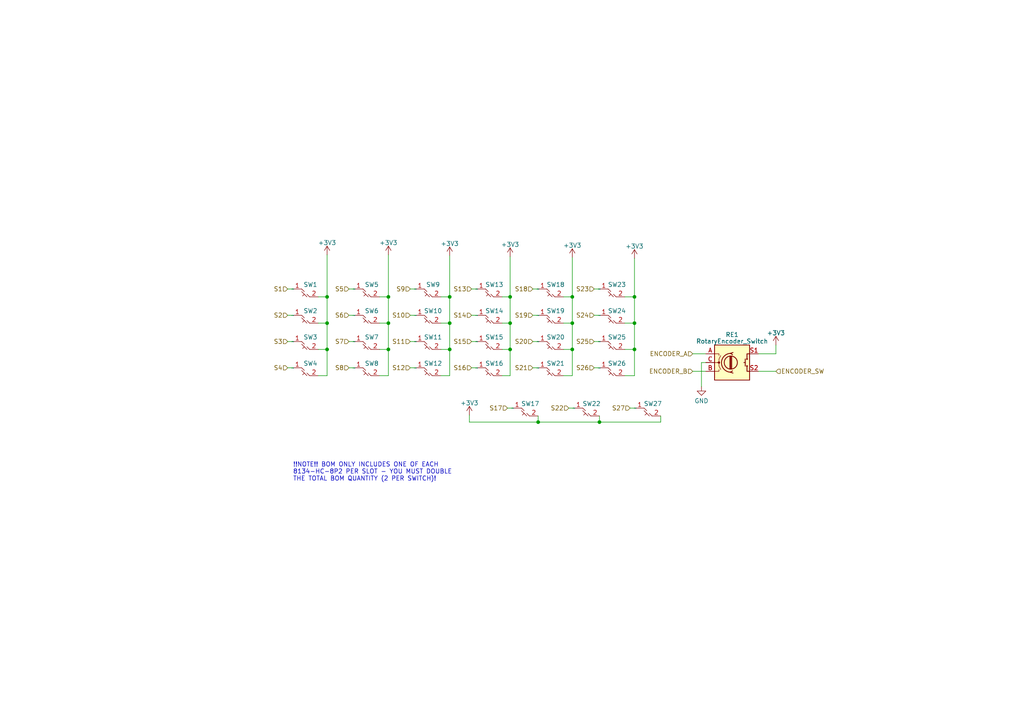
<source format=kicad_sch>
(kicad_sch
	(version 20231120)
	(generator "eeschema")
	(generator_version "8.0")
	(uuid "8e07225a-e349-4b52-bb26-1595c4967748")
	(paper "A4")
	(lib_symbols
		(symbol "Device:RotaryEncoder_Switch"
			(pin_names
				(offset 0.254) hide)
			(exclude_from_sim no)
			(in_bom yes)
			(on_board yes)
			(property "Reference" "SW"
				(at 0 6.604 0)
				(effects
					(font
						(size 1.27 1.27)
					)
				)
			)
			(property "Value" "RotaryEncoder_Switch"
				(at 0 -6.604 0)
				(effects
					(font
						(size 1.27 1.27)
					)
				)
			)
			(property "Footprint" ""
				(at -3.81 4.064 0)
				(effects
					(font
						(size 1.27 1.27)
					)
					(hide yes)
				)
			)
			(property "Datasheet" "~"
				(at 0 6.604 0)
				(effects
					(font
						(size 1.27 1.27)
					)
					(hide yes)
				)
			)
			(property "Description" "Rotary encoder, dual channel, incremental quadrate outputs, with switch"
				(at 0 0 0)
				(effects
					(font
						(size 1.27 1.27)
					)
					(hide yes)
				)
			)
			(property "ki_keywords" "rotary switch encoder switch push button"
				(at 0 0 0)
				(effects
					(font
						(size 1.27 1.27)
					)
					(hide yes)
				)
			)
			(property "ki_fp_filters" "RotaryEncoder*Switch*"
				(at 0 0 0)
				(effects
					(font
						(size 1.27 1.27)
					)
					(hide yes)
				)
			)
			(symbol "RotaryEncoder_Switch_0_1"
				(rectangle
					(start -5.08 5.08)
					(end 5.08 -5.08)
					(stroke
						(width 0.254)
						(type default)
					)
					(fill
						(type background)
					)
				)
				(circle
					(center -3.81 0)
					(radius 0.254)
					(stroke
						(width 0)
						(type default)
					)
					(fill
						(type outline)
					)
				)
				(circle
					(center -0.381 0)
					(radius 1.905)
					(stroke
						(width 0.254)
						(type default)
					)
					(fill
						(type none)
					)
				)
				(arc
					(start -0.381 2.667)
					(mid -3.0988 -0.0635)
					(end -0.381 -2.794)
					(stroke
						(width 0.254)
						(type default)
					)
					(fill
						(type none)
					)
				)
				(polyline
					(pts
						(xy -0.635 -1.778) (xy -0.635 1.778)
					)
					(stroke
						(width 0.254)
						(type default)
					)
					(fill
						(type none)
					)
				)
				(polyline
					(pts
						(xy -0.381 -1.778) (xy -0.381 1.778)
					)
					(stroke
						(width 0.254)
						(type default)
					)
					(fill
						(type none)
					)
				)
				(polyline
					(pts
						(xy -0.127 1.778) (xy -0.127 -1.778)
					)
					(stroke
						(width 0.254)
						(type default)
					)
					(fill
						(type none)
					)
				)
				(polyline
					(pts
						(xy 3.81 0) (xy 3.429 0)
					)
					(stroke
						(width 0.254)
						(type default)
					)
					(fill
						(type none)
					)
				)
				(polyline
					(pts
						(xy 3.81 1.016) (xy 3.81 -1.016)
					)
					(stroke
						(width 0.254)
						(type default)
					)
					(fill
						(type none)
					)
				)
				(polyline
					(pts
						(xy -5.08 -2.54) (xy -3.81 -2.54) (xy -3.81 -2.032)
					)
					(stroke
						(width 0)
						(type default)
					)
					(fill
						(type none)
					)
				)
				(polyline
					(pts
						(xy -5.08 2.54) (xy -3.81 2.54) (xy -3.81 2.032)
					)
					(stroke
						(width 0)
						(type default)
					)
					(fill
						(type none)
					)
				)
				(polyline
					(pts
						(xy 0.254 -3.048) (xy -0.508 -2.794) (xy 0.127 -2.413)
					)
					(stroke
						(width 0.254)
						(type default)
					)
					(fill
						(type none)
					)
				)
				(polyline
					(pts
						(xy 0.254 2.921) (xy -0.508 2.667) (xy 0.127 2.286)
					)
					(stroke
						(width 0.254)
						(type default)
					)
					(fill
						(type none)
					)
				)
				(polyline
					(pts
						(xy 5.08 -2.54) (xy 4.318 -2.54) (xy 4.318 -1.016)
					)
					(stroke
						(width 0.254)
						(type default)
					)
					(fill
						(type none)
					)
				)
				(polyline
					(pts
						(xy 5.08 2.54) (xy 4.318 2.54) (xy 4.318 1.016)
					)
					(stroke
						(width 0.254)
						(type default)
					)
					(fill
						(type none)
					)
				)
				(polyline
					(pts
						(xy -5.08 0) (xy -3.81 0) (xy -3.81 -1.016) (xy -3.302 -2.032)
					)
					(stroke
						(width 0)
						(type default)
					)
					(fill
						(type none)
					)
				)
				(polyline
					(pts
						(xy -4.318 0) (xy -3.81 0) (xy -3.81 1.016) (xy -3.302 2.032)
					)
					(stroke
						(width 0)
						(type default)
					)
					(fill
						(type none)
					)
				)
				(circle
					(center 4.318 -1.016)
					(radius 0.127)
					(stroke
						(width 0.254)
						(type default)
					)
					(fill
						(type none)
					)
				)
				(circle
					(center 4.318 1.016)
					(radius 0.127)
					(stroke
						(width 0.254)
						(type default)
					)
					(fill
						(type none)
					)
				)
			)
			(symbol "RotaryEncoder_Switch_1_1"
				(pin passive line
					(at -7.62 2.54 0)
					(length 2.54)
					(name "A"
						(effects
							(font
								(size 1.27 1.27)
							)
						)
					)
					(number "A"
						(effects
							(font
								(size 1.27 1.27)
							)
						)
					)
				)
				(pin passive line
					(at -7.62 -2.54 0)
					(length 2.54)
					(name "B"
						(effects
							(font
								(size 1.27 1.27)
							)
						)
					)
					(number "B"
						(effects
							(font
								(size 1.27 1.27)
							)
						)
					)
				)
				(pin passive line
					(at -7.62 0 0)
					(length 2.54)
					(name "C"
						(effects
							(font
								(size 1.27 1.27)
							)
						)
					)
					(number "C"
						(effects
							(font
								(size 1.27 1.27)
							)
						)
					)
				)
				(pin passive line
					(at 7.62 2.54 180)
					(length 2.54)
					(name "S1"
						(effects
							(font
								(size 1.27 1.27)
							)
						)
					)
					(number "S1"
						(effects
							(font
								(size 1.27 1.27)
							)
						)
					)
				)
				(pin passive line
					(at 7.62 -2.54 180)
					(length 2.54)
					(name "S2"
						(effects
							(font
								(size 1.27 1.27)
							)
						)
					)
					(number "S2"
						(effects
							(font
								(size 1.27 1.27)
							)
						)
					)
				)
			)
		)
		(symbol "Junon's KB:CherryMX"
			(exclude_from_sim no)
			(in_bom no)
			(on_board yes)
			(property "Reference" "SW"
				(at 3.302 1.016 0)
				(effects
					(font
						(size 1.27 1.27)
					)
					(justify left)
				)
			)
			(property "Value" ""
				(at 0 0 0)
				(effects
					(font
						(size 1.27 1.27)
					)
				)
			)
			(property "Footprint" "junon-kb:SW_Cherry_MX_1.00u_PCB"
				(at -1.27 7.874 0)
				(effects
					(font
						(size 1.27 1.27)
					)
					(hide yes)
				)
			)
			(property "Datasheet" "https://www.mouser.de/datasheet/2/418/NG_CD_147699_C3-651082.pdf"
				(at 0 0 0)
				(effects
					(font
						(size 1.27 1.27)
					)
					(hide yes)
				)
			)
			(property "Description" ""
				(at 0 0 0)
				(effects
					(font
						(size 1.27 1.27)
					)
					(hide yes)
				)
			)
			(property "Mouser ID" "506-8134-HC-8P2"
				(at 0 0 0)
				(effects
					(font
						(size 1.27 1.27)
					)
					(hide yes)
				)
			)
			(property "NOTES:" "!!! TWO PER SWITCH !!!!"
				(at 0 0 0)
				(effects
					(font
						(size 1.27 1.27)
					)
					(hide yes)
				)
			)
			(symbol "CherryMX_0_1"
				(polyline
					(pts
						(xy 2.54 0) (xy 3.302 -0.762)
					)
					(stroke
						(width 0)
						(type default)
					)
					(fill
						(type none)
					)
				)
				(polyline
					(pts
						(xy 3.302 -1.524) (xy 2.794 -2.032)
					)
					(stroke
						(width 0)
						(type default)
					)
					(fill
						(type none)
					)
				)
				(polyline
					(pts
						(xy 4.064 -2.286) (xy 2.54 -0.762)
					)
					(stroke
						(width 0)
						(type default)
					)
					(fill
						(type none)
					)
				)
				(polyline
					(pts
						(xy 4.064 -1.524) (xy 4.826 -2.286)
					)
					(stroke
						(width 0)
						(type default)
					)
					(fill
						(type none)
					)
				)
			)
			(symbol "CherryMX_1_1"
				(pin passive line
					(at 0 0 0)
					(length 2.54)
					(name ""
						(effects
							(font
								(size 1.27 1.27)
							)
						)
					)
					(number "1"
						(effects
							(font
								(size 1.27 1.27)
							)
						)
					)
				)
				(pin passive line
					(at 7.366 -2.286 180)
					(length 2.54)
					(name ""
						(effects
							(font
								(size 1.27 1.27)
							)
						)
					)
					(number "2"
						(effects
							(font
								(size 1.27 1.27)
							)
						)
					)
				)
			)
		)
		(symbol "power:+3V3"
			(power)
			(pin_names
				(offset 0)
			)
			(exclude_from_sim no)
			(in_bom yes)
			(on_board yes)
			(property "Reference" "#PWR"
				(at 0 -3.81 0)
				(effects
					(font
						(size 1.27 1.27)
					)
					(hide yes)
				)
			)
			(property "Value" "+3V3"
				(at 0 3.556 0)
				(effects
					(font
						(size 1.27 1.27)
					)
				)
			)
			(property "Footprint" ""
				(at 0 0 0)
				(effects
					(font
						(size 1.27 1.27)
					)
					(hide yes)
				)
			)
			(property "Datasheet" ""
				(at 0 0 0)
				(effects
					(font
						(size 1.27 1.27)
					)
					(hide yes)
				)
			)
			(property "Description" "Power symbol creates a global label with name \"+3V3\""
				(at 0 0 0)
				(effects
					(font
						(size 1.27 1.27)
					)
					(hide yes)
				)
			)
			(property "ki_keywords" "global power"
				(at 0 0 0)
				(effects
					(font
						(size 1.27 1.27)
					)
					(hide yes)
				)
			)
			(symbol "+3V3_0_1"
				(polyline
					(pts
						(xy -0.762 1.27) (xy 0 2.54)
					)
					(stroke
						(width 0)
						(type default)
					)
					(fill
						(type none)
					)
				)
				(polyline
					(pts
						(xy 0 0) (xy 0 2.54)
					)
					(stroke
						(width 0)
						(type default)
					)
					(fill
						(type none)
					)
				)
				(polyline
					(pts
						(xy 0 2.54) (xy 0.762 1.27)
					)
					(stroke
						(width 0)
						(type default)
					)
					(fill
						(type none)
					)
				)
			)
			(symbol "+3V3_1_1"
				(pin power_in line
					(at 0 0 90)
					(length 0) hide
					(name "+3V3"
						(effects
							(font
								(size 1.27 1.27)
							)
						)
					)
					(number "1"
						(effects
							(font
								(size 1.27 1.27)
							)
						)
					)
				)
			)
		)
		(symbol "power:GND"
			(power)
			(pin_names
				(offset 0)
			)
			(exclude_from_sim no)
			(in_bom yes)
			(on_board yes)
			(property "Reference" "#PWR"
				(at 0 -6.35 0)
				(effects
					(font
						(size 1.27 1.27)
					)
					(hide yes)
				)
			)
			(property "Value" "GND"
				(at 0 -3.81 0)
				(effects
					(font
						(size 1.27 1.27)
					)
				)
			)
			(property "Footprint" ""
				(at 0 0 0)
				(effects
					(font
						(size 1.27 1.27)
					)
					(hide yes)
				)
			)
			(property "Datasheet" ""
				(at 0 0 0)
				(effects
					(font
						(size 1.27 1.27)
					)
					(hide yes)
				)
			)
			(property "Description" "Power symbol creates a global label with name \"GND\" , ground"
				(at 0 0 0)
				(effects
					(font
						(size 1.27 1.27)
					)
					(hide yes)
				)
			)
			(property "ki_keywords" "global power"
				(at 0 0 0)
				(effects
					(font
						(size 1.27 1.27)
					)
					(hide yes)
				)
			)
			(symbol "GND_0_1"
				(polyline
					(pts
						(xy 0 0) (xy 0 -1.27) (xy 1.27 -1.27) (xy 0 -2.54) (xy -1.27 -1.27) (xy 0 -1.27)
					)
					(stroke
						(width 0)
						(type default)
					)
					(fill
						(type none)
					)
				)
			)
			(symbol "GND_1_1"
				(pin power_in line
					(at 0 0 270)
					(length 0) hide
					(name "GND"
						(effects
							(font
								(size 1.27 1.27)
							)
						)
					)
					(number "1"
						(effects
							(font
								(size 1.27 1.27)
							)
						)
					)
				)
			)
		)
	)
	(junction
		(at 184.023 86.106)
		(diameter 0)
		(color 0 0 0 0)
		(uuid "0d62a18b-ece5-4606-8226-c02aae936acd")
	)
	(junction
		(at 147.955 86.106)
		(diameter 0)
		(color 0 0 0 0)
		(uuid "1758eabd-8fa3-4b19-aedc-891e289b4fc5")
	)
	(junction
		(at 130.429 86.106)
		(diameter 0)
		(color 0 0 0 0)
		(uuid "21099d7c-d24a-4829-b973-fd62cdd59a2c")
	)
	(junction
		(at 165.989 86.106)
		(diameter 0)
		(color 0 0 0 0)
		(uuid "341b8490-e431-4c95-83a8-8d156b055af6")
	)
	(junction
		(at 184.023 93.726)
		(diameter 0)
		(color 0 0 0 0)
		(uuid "4140c3d4-7736-4a73-ba01-a8ce34511e8d")
	)
	(junction
		(at 94.869 101.346)
		(diameter 0)
		(color 0 0 0 0)
		(uuid "517a4d25-09cd-45ec-b780-7d995e55fb63")
	)
	(junction
		(at 94.869 93.726)
		(diameter 0)
		(color 0 0 0 0)
		(uuid "52e77cee-f5a5-422c-88d9-9d550553b4b0")
	)
	(junction
		(at 173.863 122.428)
		(diameter 0)
		(color 0 0 0 0)
		(uuid "58fd38b4-70ec-4572-98ef-7220f9bdd074")
	)
	(junction
		(at 112.649 101.346)
		(diameter 0)
		(color 0 0 0 0)
		(uuid "5a82218d-09dd-470c-bfba-e56182ffec42")
	)
	(junction
		(at 147.955 101.346)
		(diameter 0)
		(color 0 0 0 0)
		(uuid "68180780-4a0d-4ac9-b1da-bb44dac46b26")
	)
	(junction
		(at 94.869 86.106)
		(diameter 0)
		(color 0 0 0 0)
		(uuid "7e761b03-710a-4c89-930a-8133f68e29c6")
	)
	(junction
		(at 165.989 93.726)
		(diameter 0)
		(color 0 0 0 0)
		(uuid "89f53749-3f91-4af5-869c-1c04ea5cbb80")
	)
	(junction
		(at 130.429 101.346)
		(diameter 0)
		(color 0 0 0 0)
		(uuid "8c1d32e0-8148-4afc-a887-2c9ff3be4179")
	)
	(junction
		(at 156.083 122.428)
		(diameter 0)
		(color 0 0 0 0)
		(uuid "8c6ca1ad-d2fb-416f-b478-5babbba3337d")
	)
	(junction
		(at 112.649 93.726)
		(diameter 0)
		(color 0 0 0 0)
		(uuid "9a60ff78-cc31-4ce8-acd0-f563cb61f1c5")
	)
	(junction
		(at 147.955 93.726)
		(diameter 0)
		(color 0 0 0 0)
		(uuid "b6032b46-f720-4240-a592-bfbd693de2e3")
	)
	(junction
		(at 184.023 101.346)
		(diameter 0)
		(color 0 0 0 0)
		(uuid "c03c07c2-aa97-4f73-a16a-06b11b33264d")
	)
	(junction
		(at 165.989 101.346)
		(diameter 0)
		(color 0 0 0 0)
		(uuid "c57c37e8-a246-42d2-95a0-99857b07b74e")
	)
	(junction
		(at 130.429 93.726)
		(diameter 0)
		(color 0 0 0 0)
		(uuid "f3ea1d94-855f-4b25-9743-168fc5f83651")
	)
	(junction
		(at 112.649 86.106)
		(diameter 0)
		(color 0 0 0 0)
		(uuid "fb5d6c49-4779-447f-b1f8-ed65686136ef")
	)
	(wire
		(pts
			(xy 219.964 107.696) (xy 225.044 107.696)
		)
		(stroke
			(width 0)
			(type default)
		)
		(uuid "0037aca6-1cb0-43cc-8632-efbca771195f")
	)
	(wire
		(pts
			(xy 165.989 86.106) (xy 165.989 93.726)
		)
		(stroke
			(width 0)
			(type default)
		)
		(uuid "0117ab93-3a2d-45b5-b0a2-02d1753d7631")
	)
	(wire
		(pts
			(xy 130.429 74.168) (xy 130.429 86.106)
		)
		(stroke
			(width 0)
			(type default)
		)
		(uuid "01ef162b-a075-434f-b646-4bc728c5c78c")
	)
	(wire
		(pts
			(xy 127.889 86.106) (xy 130.429 86.106)
		)
		(stroke
			(width 0)
			(type default)
		)
		(uuid "024a6f88-4216-4b0f-ad05-0168706616b3")
	)
	(wire
		(pts
			(xy 94.869 86.106) (xy 94.869 93.726)
		)
		(stroke
			(width 0)
			(type default)
		)
		(uuid "04d2efc3-cef9-4e18-be7a-fb30f890b3db")
	)
	(wire
		(pts
			(xy 101.219 99.06) (xy 102.743 99.06)
		)
		(stroke
			(width 0)
			(type default)
		)
		(uuid "0840f9df-4888-4c44-b875-7003a4e62b3d")
	)
	(wire
		(pts
			(xy 92.329 86.106) (xy 94.869 86.106)
		)
		(stroke
			(width 0)
			(type default)
		)
		(uuid "0a960957-6f2c-4478-9b76-9ba88669c5dd")
	)
	(wire
		(pts
			(xy 147.955 101.346) (xy 147.955 108.966)
		)
		(stroke
			(width 0)
			(type default)
		)
		(uuid "0b8e8fe2-6fc3-4279-b73a-e1ca2391cb4a")
	)
	(wire
		(pts
			(xy 165.989 93.726) (xy 165.989 101.346)
		)
		(stroke
			(width 0)
			(type default)
		)
		(uuid "0e3f2d6d-5540-4dfd-b624-1011ecf1ea6d")
	)
	(wire
		(pts
			(xy 136.779 99.06) (xy 138.303 99.06)
		)
		(stroke
			(width 0)
			(type default)
		)
		(uuid "0f28b5f7-1045-42b2-8e20-280075352e06")
	)
	(wire
		(pts
			(xy 163.449 86.106) (xy 165.989 86.106)
		)
		(stroke
			(width 0)
			(type default)
		)
		(uuid "0f6519f3-e257-4e63-8142-c0f856b44f1b")
	)
	(wire
		(pts
			(xy 173.863 122.428) (xy 173.863 120.65)
		)
		(stroke
			(width 0)
			(type default)
		)
		(uuid "10b1cf59-d591-460c-8a0b-ab6bd4b626ac")
	)
	(wire
		(pts
			(xy 127.889 93.726) (xy 130.429 93.726)
		)
		(stroke
			(width 0)
			(type default)
		)
		(uuid "11a7f6f2-f5f1-4b5b-a4ef-8197078aafc2")
	)
	(wire
		(pts
			(xy 184.023 74.93) (xy 184.023 86.106)
		)
		(stroke
			(width 0)
			(type default)
		)
		(uuid "14f359a9-f565-4470-8e0b-a6336227b705")
	)
	(wire
		(pts
			(xy 181.229 101.346) (xy 184.023 101.346)
		)
		(stroke
			(width 0)
			(type default)
		)
		(uuid "15538ecf-213c-4869-a65c-ff2aae10917f")
	)
	(wire
		(pts
			(xy 136.779 91.44) (xy 138.303 91.44)
		)
		(stroke
			(width 0)
			(type default)
		)
		(uuid "16b8225d-91e2-43a7-95fe-04dcf40583c4")
	)
	(wire
		(pts
			(xy 94.869 73.914) (xy 94.869 86.106)
		)
		(stroke
			(width 0)
			(type default)
		)
		(uuid "1895224d-e3e4-4a0c-99bf-e8890d17c94e")
	)
	(wire
		(pts
			(xy 172.339 99.06) (xy 173.863 99.06)
		)
		(stroke
			(width 0)
			(type default)
		)
		(uuid "18e2a8c9-c7ab-4c3d-a35e-299969cb7003")
	)
	(wire
		(pts
			(xy 147.955 108.966) (xy 145.669 108.966)
		)
		(stroke
			(width 0)
			(type default)
		)
		(uuid "19e005e9-6f0a-4bd1-bda9-5506db0240e4")
	)
	(wire
		(pts
			(xy 147.193 118.364) (xy 148.717 118.364)
		)
		(stroke
			(width 0)
			(type default)
		)
		(uuid "1ce476bd-259a-4e27-9287-255b0c60365e")
	)
	(wire
		(pts
			(xy 164.973 118.364) (xy 166.497 118.364)
		)
		(stroke
			(width 0)
			(type default)
		)
		(uuid "1d805e2d-1326-4b88-85ba-4031d005dfd3")
	)
	(wire
		(pts
			(xy 110.109 86.106) (xy 112.649 86.106)
		)
		(stroke
			(width 0)
			(type default)
		)
		(uuid "292864fc-3373-4351-8a2e-50b407822605")
	)
	(wire
		(pts
			(xy 145.669 86.106) (xy 147.955 86.106)
		)
		(stroke
			(width 0)
			(type default)
		)
		(uuid "29cb2f68-1015-4b8e-84d7-899d9e8038a3")
	)
	(wire
		(pts
			(xy 83.439 99.06) (xy 84.963 99.06)
		)
		(stroke
			(width 0)
			(type default)
		)
		(uuid "2b86f1f3-543f-4256-8e0d-aca7c5f8ebef")
	)
	(wire
		(pts
			(xy 94.869 93.726) (xy 94.869 101.346)
		)
		(stroke
			(width 0)
			(type default)
		)
		(uuid "2e466028-0b0e-4031-a872-23554863914b")
	)
	(wire
		(pts
			(xy 83.439 83.82) (xy 84.963 83.82)
		)
		(stroke
			(width 0)
			(type default)
		)
		(uuid "30387d20-ecd4-4702-b4d8-ec0d257ebfa7")
	)
	(wire
		(pts
			(xy 136.144 122.428) (xy 156.083 122.428)
		)
		(stroke
			(width 0)
			(type default)
		)
		(uuid "337913be-0b61-46eb-9022-4b0647356900")
	)
	(wire
		(pts
			(xy 203.454 105.156) (xy 203.454 112.141)
		)
		(stroke
			(width 0)
			(type default)
		)
		(uuid "33b24993-7be4-4a09-ac5a-73b02c9c4572")
	)
	(wire
		(pts
			(xy 154.559 83.82) (xy 156.083 83.82)
		)
		(stroke
			(width 0)
			(type default)
		)
		(uuid "3bbcb129-9f46-46c2-87e2-81e4546066d6")
	)
	(wire
		(pts
			(xy 163.449 101.346) (xy 165.989 101.346)
		)
		(stroke
			(width 0)
			(type default)
		)
		(uuid "4059e14f-c614-4a2d-bd6c-e71554c24282")
	)
	(wire
		(pts
			(xy 147.955 93.726) (xy 147.955 101.346)
		)
		(stroke
			(width 0)
			(type default)
		)
		(uuid "40b8a54a-dd3f-4fba-a21f-f70d0d13e1f2")
	)
	(wire
		(pts
			(xy 181.229 86.106) (xy 184.023 86.106)
		)
		(stroke
			(width 0)
			(type default)
		)
		(uuid "42892d8e-ac1a-4503-af0e-3752c16573db")
	)
	(wire
		(pts
			(xy 191.643 122.428) (xy 191.643 120.65)
		)
		(stroke
			(width 0)
			(type default)
		)
		(uuid "436aa2d3-73f3-4f00-9878-1709d5c079cc")
	)
	(wire
		(pts
			(xy 118.999 106.68) (xy 120.523 106.68)
		)
		(stroke
			(width 0)
			(type default)
		)
		(uuid "4596441d-790e-47c5-9507-cdb2bc3bf278")
	)
	(wire
		(pts
			(xy 145.669 93.726) (xy 147.955 93.726)
		)
		(stroke
			(width 0)
			(type default)
		)
		(uuid "477be6d1-8633-4b9c-ac3d-8d75383d2846")
	)
	(wire
		(pts
			(xy 83.439 106.68) (xy 84.963 106.68)
		)
		(stroke
			(width 0)
			(type default)
		)
		(uuid "4e7dbe97-73f8-4c8f-8f38-04ab5cbab85b")
	)
	(wire
		(pts
			(xy 156.083 122.428) (xy 173.863 122.428)
		)
		(stroke
			(width 0)
			(type default)
		)
		(uuid "53c918a8-7f80-4a96-9677-d5c0b209e733")
	)
	(wire
		(pts
			(xy 154.559 91.44) (xy 156.083 91.44)
		)
		(stroke
			(width 0)
			(type default)
		)
		(uuid "5b68e562-382b-4f80-9d15-9f8c07f95304")
	)
	(wire
		(pts
			(xy 130.429 86.106) (xy 130.429 93.726)
		)
		(stroke
			(width 0)
			(type default)
		)
		(uuid "5df1fda9-e9a8-4478-8995-531cd4ae538c")
	)
	(wire
		(pts
			(xy 92.329 101.346) (xy 94.869 101.346)
		)
		(stroke
			(width 0)
			(type default)
		)
		(uuid "65c6ce77-a78e-4ea3-a33d-d775f27288b1")
	)
	(wire
		(pts
			(xy 130.429 93.726) (xy 130.429 101.346)
		)
		(stroke
			(width 0)
			(type default)
		)
		(uuid "6f4f7ce0-b8e7-4e3f-9083-dbc84b2bd81f")
	)
	(wire
		(pts
			(xy 225.044 102.616) (xy 219.964 102.616)
		)
		(stroke
			(width 0)
			(type default)
		)
		(uuid "710206f9-b49a-4914-981d-9376f684f38a")
	)
	(wire
		(pts
			(xy 225.044 100.076) (xy 225.044 102.616)
		)
		(stroke
			(width 0)
			(type default)
		)
		(uuid "71d67405-0c31-4e7d-8987-523241cf7c9d")
	)
	(wire
		(pts
			(xy 127.889 101.346) (xy 130.429 101.346)
		)
		(stroke
			(width 0)
			(type default)
		)
		(uuid "74ecbb5a-2b20-41a4-aa1d-879e008f8cd0")
	)
	(wire
		(pts
			(xy 172.339 91.44) (xy 173.863 91.44)
		)
		(stroke
			(width 0)
			(type default)
		)
		(uuid "797c1e78-e8b4-4a69-bfde-0dc43a9064c0")
	)
	(wire
		(pts
			(xy 118.999 91.44) (xy 120.523 91.44)
		)
		(stroke
			(width 0)
			(type default)
		)
		(uuid "7c2d06c9-b494-4ecd-bb9c-66c33232be38")
	)
	(wire
		(pts
			(xy 200.914 107.696) (xy 204.724 107.696)
		)
		(stroke
			(width 0)
			(type default)
		)
		(uuid "7dd8a88a-1115-4f5e-b292-5b6ecf9bc906")
	)
	(wire
		(pts
			(xy 200.914 102.616) (xy 204.724 102.616)
		)
		(stroke
			(width 0)
			(type default)
		)
		(uuid "8078beb7-73f4-4994-816c-6c030fed4237")
	)
	(wire
		(pts
			(xy 136.779 83.82) (xy 138.303 83.82)
		)
		(stroke
			(width 0)
			(type default)
		)
		(uuid "8b3480c1-6721-4523-bd57-13c526884da2")
	)
	(wire
		(pts
			(xy 165.989 108.966) (xy 163.449 108.966)
		)
		(stroke
			(width 0)
			(type default)
		)
		(uuid "8d771673-a24a-4543-ac36-43be7aae3a2f")
	)
	(wire
		(pts
			(xy 112.649 73.914) (xy 112.649 86.106)
		)
		(stroke
			(width 0)
			(type default)
		)
		(uuid "8eb6a4b5-e758-446c-86b9-8e5a711d83ca")
	)
	(wire
		(pts
			(xy 184.023 101.346) (xy 184.023 108.966)
		)
		(stroke
			(width 0)
			(type default)
		)
		(uuid "959f80c3-b0f1-4037-9f67-b22515b5b7f8")
	)
	(wire
		(pts
			(xy 156.083 122.428) (xy 156.083 120.65)
		)
		(stroke
			(width 0)
			(type default)
		)
		(uuid "9607f712-d3f3-447b-a4eb-de16bf0663fe")
	)
	(wire
		(pts
			(xy 112.649 93.726) (xy 112.649 101.346)
		)
		(stroke
			(width 0)
			(type default)
		)
		(uuid "a4070d7e-2f0e-4b6e-9223-8d8647363188")
	)
	(wire
		(pts
			(xy 184.023 93.726) (xy 184.023 101.346)
		)
		(stroke
			(width 0)
			(type default)
		)
		(uuid "a5cf8438-df70-45f6-bf6e-2595c1741c28")
	)
	(wire
		(pts
			(xy 181.229 93.726) (xy 184.023 93.726)
		)
		(stroke
			(width 0)
			(type default)
		)
		(uuid "a7789de1-5c9a-465c-b19b-1cabbbd0068a")
	)
	(wire
		(pts
			(xy 184.023 108.966) (xy 181.229 108.966)
		)
		(stroke
			(width 0)
			(type default)
		)
		(uuid "ae27e419-539e-4c54-8bf5-8410b219b889")
	)
	(wire
		(pts
			(xy 130.429 101.346) (xy 130.429 108.966)
		)
		(stroke
			(width 0)
			(type default)
		)
		(uuid "af454947-ecf2-42f9-a9a6-48ce2a1fb4e2")
	)
	(wire
		(pts
			(xy 112.649 101.346) (xy 112.649 108.966)
		)
		(stroke
			(width 0)
			(type default)
		)
		(uuid "b0039ffb-226a-44c9-92e3-bd47723b4a3d")
	)
	(wire
		(pts
			(xy 83.439 91.44) (xy 84.963 91.44)
		)
		(stroke
			(width 0)
			(type default)
		)
		(uuid "b07314ef-6283-4822-adab-91e8e70fc9a9")
	)
	(wire
		(pts
			(xy 92.329 93.726) (xy 94.869 93.726)
		)
		(stroke
			(width 0)
			(type default)
		)
		(uuid "b1d978c4-e572-490c-ab17-290d3cabcac5")
	)
	(wire
		(pts
			(xy 94.869 108.966) (xy 92.329 108.966)
		)
		(stroke
			(width 0)
			(type default)
		)
		(uuid "b3d5ae1a-75d9-4f8a-bc4e-360ec6390867")
	)
	(wire
		(pts
			(xy 172.339 83.82) (xy 173.863 83.82)
		)
		(stroke
			(width 0)
			(type default)
		)
		(uuid "b5247673-7ed8-43ea-b14f-5a9090faa6ea")
	)
	(wire
		(pts
			(xy 118.999 99.06) (xy 120.523 99.06)
		)
		(stroke
			(width 0)
			(type default)
		)
		(uuid "b582c5c6-3c32-47d6-9346-01dac5aa5e5f")
	)
	(wire
		(pts
			(xy 118.999 83.82) (xy 120.523 83.82)
		)
		(stroke
			(width 0)
			(type default)
		)
		(uuid "bb80cf28-b5bb-4d37-a9a7-ab925ee83390")
	)
	(wire
		(pts
			(xy 112.649 86.106) (xy 112.649 93.726)
		)
		(stroke
			(width 0)
			(type default)
		)
		(uuid "cbc9f41a-9556-4566-87c2-432677a293e2")
	)
	(wire
		(pts
			(xy 172.339 106.68) (xy 173.863 106.68)
		)
		(stroke
			(width 0)
			(type default)
		)
		(uuid "cd1500da-8752-4fb9-b092-712c95bf6ece")
	)
	(wire
		(pts
			(xy 165.989 74.676) (xy 165.989 86.106)
		)
		(stroke
			(width 0)
			(type default)
		)
		(uuid "d021f3c8-5e64-41c7-a22a-d242e34d2aba")
	)
	(wire
		(pts
			(xy 101.219 106.68) (xy 102.743 106.68)
		)
		(stroke
			(width 0)
			(type default)
		)
		(uuid "d15315b5-51f9-4076-954a-5d8af0d00363")
	)
	(wire
		(pts
			(xy 145.669 101.346) (xy 147.955 101.346)
		)
		(stroke
			(width 0)
			(type default)
		)
		(uuid "d2e99375-8766-464c-b85f-83d0a5e02c0a")
	)
	(wire
		(pts
			(xy 204.724 105.156) (xy 203.454 105.156)
		)
		(stroke
			(width 0)
			(type default)
		)
		(uuid "d3d38d4c-c6f8-4a1d-a2a3-4c020ae3c381")
	)
	(wire
		(pts
			(xy 112.649 108.966) (xy 110.109 108.966)
		)
		(stroke
			(width 0)
			(type default)
		)
		(uuid "d669b724-02a2-4e8b-b901-8f5ecc632f24")
	)
	(wire
		(pts
			(xy 136.779 106.68) (xy 138.303 106.68)
		)
		(stroke
			(width 0)
			(type default)
		)
		(uuid "d7b538fc-f6e9-4861-9416-9e95f2591ad1")
	)
	(wire
		(pts
			(xy 154.559 106.68) (xy 156.083 106.68)
		)
		(stroke
			(width 0)
			(type default)
		)
		(uuid "d951a2a3-87d2-43de-aa2b-61daf86fe04f")
	)
	(wire
		(pts
			(xy 136.144 120.396) (xy 136.144 122.428)
		)
		(stroke
			(width 0)
			(type default)
		)
		(uuid "d9e17b37-13d4-47ef-9c38-0ef55068cc0f")
	)
	(wire
		(pts
			(xy 101.219 91.44) (xy 102.743 91.44)
		)
		(stroke
			(width 0)
			(type default)
		)
		(uuid "db8ec1ad-c4d5-4492-a934-3c5d5ecaac79")
	)
	(wire
		(pts
			(xy 101.219 83.82) (xy 102.743 83.82)
		)
		(stroke
			(width 0)
			(type default)
		)
		(uuid "de0c51e8-effe-441d-914e-1ae9e2caa46b")
	)
	(wire
		(pts
			(xy 94.869 101.346) (xy 94.869 108.966)
		)
		(stroke
			(width 0)
			(type default)
		)
		(uuid "e24f8100-c848-432f-a2f9-7c4275185a6d")
	)
	(wire
		(pts
			(xy 154.559 99.06) (xy 156.083 99.06)
		)
		(stroke
			(width 0)
			(type default)
		)
		(uuid "e8bd381a-3c38-449f-8a66-040cb00b1f8e")
	)
	(wire
		(pts
			(xy 165.989 101.346) (xy 165.989 108.966)
		)
		(stroke
			(width 0)
			(type default)
		)
		(uuid "ea1288e1-4c1d-4f4a-be40-08c3ce4a405d")
	)
	(wire
		(pts
			(xy 130.429 108.966) (xy 127.889 108.966)
		)
		(stroke
			(width 0)
			(type default)
		)
		(uuid "eaa74ca8-7ade-4874-bcb0-d96350f649f9")
	)
	(wire
		(pts
			(xy 184.023 86.106) (xy 184.023 93.726)
		)
		(stroke
			(width 0)
			(type default)
		)
		(uuid "eadfc546-4754-43a3-bd35-1051c07043aa")
	)
	(wire
		(pts
			(xy 147.955 74.422) (xy 147.955 86.106)
		)
		(stroke
			(width 0)
			(type default)
		)
		(uuid "f0a9ae66-b78e-495c-ad36-895e7cf9406a")
	)
	(wire
		(pts
			(xy 182.753 118.364) (xy 184.277 118.364)
		)
		(stroke
			(width 0)
			(type default)
		)
		(uuid "f2ee7f23-9071-4b5d-9253-de73f054458d")
	)
	(wire
		(pts
			(xy 110.109 101.346) (xy 112.649 101.346)
		)
		(stroke
			(width 0)
			(type default)
		)
		(uuid "f4216bca-5bfb-41ca-af3e-d3ebdd4dff44")
	)
	(wire
		(pts
			(xy 147.955 86.106) (xy 147.955 93.726)
		)
		(stroke
			(width 0)
			(type default)
		)
		(uuid "f63831ea-97ae-4c6f-b18a-18058b94f045")
	)
	(wire
		(pts
			(xy 173.863 122.428) (xy 191.643 122.428)
		)
		(stroke
			(width 0)
			(type default)
		)
		(uuid "f7cfe320-2889-4130-a546-a449fcf9a26d")
	)
	(wire
		(pts
			(xy 163.449 93.726) (xy 165.989 93.726)
		)
		(stroke
			(width 0)
			(type default)
		)
		(uuid "fa575d33-8905-4609-b450-fcb647301c8e")
	)
	(wire
		(pts
			(xy 110.109 93.726) (xy 112.649 93.726)
		)
		(stroke
			(width 0)
			(type default)
		)
		(uuid "fdd859ce-d40d-4882-bf69-fc127785f032")
	)
	(text "!!NOTE!! BOM ONLY INCLUDES ONE OF EACH \n8134-HC-8P2 PER SLOT - YOU MUST DOUBLE\nTHE TOTAL BOM QUANTITY (2 PER SWITCH)!"
		(exclude_from_sim no)
		(at 84.963 139.7 0)
		(effects
			(font
				(size 1.27 1.27)
			)
			(justify left bottom)
		)
		(uuid "4828d717-bf90-430f-ae14-b60ee10759d7")
	)
	(hierarchical_label "S13"
		(shape input)
		(at 136.779 83.82 180)
		(fields_autoplaced yes)
		(effects
			(font
				(size 1.27 1.27)
			)
			(justify right)
		)
		(uuid "062ea8b9-5c75-4c53-89d7-bb7e24734b94")
	)
	(hierarchical_label "S17"
		(shape input)
		(at 147.193 118.364 180)
		(fields_autoplaced yes)
		(effects
			(font
				(size 1.27 1.27)
			)
			(justify right)
		)
		(uuid "0a92d55a-63a0-41ce-9557-c9bb3055ea9e")
	)
	(hierarchical_label "S8"
		(shape input)
		(at 101.219 106.68 180)
		(fields_autoplaced yes)
		(effects
			(font
				(size 1.27 1.27)
			)
			(justify right)
		)
		(uuid "0e38abd6-3ba4-43cf-9c55-ea09638e4198")
	)
	(hierarchical_label "S7"
		(shape input)
		(at 101.219 99.06 180)
		(fields_autoplaced yes)
		(effects
			(font
				(size 1.27 1.27)
			)
			(justify right)
		)
		(uuid "1cff423a-6db7-4d23-8c89-0e6686bbd9f7")
	)
	(hierarchical_label "S1"
		(shape input)
		(at 83.439 83.82 180)
		(fields_autoplaced yes)
		(effects
			(font
				(size 1.27 1.27)
			)
			(justify right)
		)
		(uuid "3511f15e-db2b-439a-a555-4037c75c9853")
	)
	(hierarchical_label "S21"
		(shape input)
		(at 154.559 106.68 180)
		(fields_autoplaced yes)
		(effects
			(font
				(size 1.27 1.27)
			)
			(justify right)
		)
		(uuid "3fe0442a-b4f2-4afd-930f-247c574cc5ea")
	)
	(hierarchical_label "S23"
		(shape input)
		(at 172.339 83.82 180)
		(fields_autoplaced yes)
		(effects
			(font
				(size 1.27 1.27)
			)
			(justify right)
		)
		(uuid "446555d9-6967-401b-9e13-ec9f9af2fe47")
	)
	(hierarchical_label "S12"
		(shape input)
		(at 118.999 106.68 180)
		(fields_autoplaced yes)
		(effects
			(font
				(size 1.27 1.27)
			)
			(justify right)
		)
		(uuid "465bf866-2fe8-4c49-a1f1-e5f2da521d87")
	)
	(hierarchical_label "S19"
		(shape input)
		(at 154.559 91.44 180)
		(fields_autoplaced yes)
		(effects
			(font
				(size 1.27 1.27)
			)
			(justify right)
		)
		(uuid "5c2d4283-5ec3-4448-9ff4-4a3d79a85f48")
	)
	(hierarchical_label "S16"
		(shape input)
		(at 136.779 106.68 180)
		(fields_autoplaced yes)
		(effects
			(font
				(size 1.27 1.27)
			)
			(justify right)
		)
		(uuid "5eebdd5c-704c-4b00-9ed0-eee7a0f897c9")
	)
	(hierarchical_label "S9"
		(shape input)
		(at 118.999 83.82 180)
		(fields_autoplaced yes)
		(effects
			(font
				(size 1.27 1.27)
			)
			(justify right)
		)
		(uuid "6e028c84-329d-425d-98b2-3820dad88a31")
	)
	(hierarchical_label "S20"
		(shape input)
		(at 154.559 99.06 180)
		(fields_autoplaced yes)
		(effects
			(font
				(size 1.27 1.27)
			)
			(justify right)
		)
		(uuid "7224fb1f-fbad-4b90-8734-694e794982fb")
	)
	(hierarchical_label "S3"
		(shape input)
		(at 83.439 99.06 180)
		(fields_autoplaced yes)
		(effects
			(font
				(size 1.27 1.27)
			)
			(justify right)
		)
		(uuid "7b53a182-fe8b-43e0-87d2-61addfc62e28")
	)
	(hierarchical_label "ENCODER_SW"
		(shape input)
		(at 225.044 107.696 0)
		(fields_autoplaced yes)
		(effects
			(font
				(size 1.27 1.27)
			)
			(justify left)
		)
		(uuid "8cf47ff1-1ff9-4645-84c9-9aa3218aab48")
	)
	(hierarchical_label "S15"
		(shape input)
		(at 136.779 99.06 180)
		(fields_autoplaced yes)
		(effects
			(font
				(size 1.27 1.27)
			)
			(justify right)
		)
		(uuid "94ce8aad-3cab-4431-a011-5768dc72e8f0")
	)
	(hierarchical_label "S27"
		(shape input)
		(at 182.753 118.364 180)
		(fields_autoplaced yes)
		(effects
			(font
				(size 1.27 1.27)
			)
			(justify right)
		)
		(uuid "9a4a73a9-9a8d-40e4-b64b-96b0e860a4a8")
	)
	(hierarchical_label "S22"
		(shape input)
		(at 164.973 118.364 180)
		(fields_autoplaced yes)
		(effects
			(font
				(size 1.27 1.27)
			)
			(justify right)
		)
		(uuid "a8c25206-9b8d-4001-83c0-2cb182a52906")
	)
	(hierarchical_label "ENCODER_B"
		(shape input)
		(at 200.914 107.696 180)
		(fields_autoplaced yes)
		(effects
			(font
				(size 1.27 1.27)
			)
			(justify right)
		)
		(uuid "b8f9a637-072b-473e-8e3c-175b71514f05")
	)
	(hierarchical_label "ENCODER_A"
		(shape input)
		(at 200.914 102.616 180)
		(fields_autoplaced yes)
		(effects
			(font
				(size 1.27 1.27)
			)
			(justify right)
		)
		(uuid "b9732b11-e4d8-4078-a4c7-d7db841f2d49")
	)
	(hierarchical_label "S4"
		(shape input)
		(at 83.439 106.68 180)
		(fields_autoplaced yes)
		(effects
			(font
				(size 1.27 1.27)
			)
			(justify right)
		)
		(uuid "bde70fe8-623a-412c-aa85-bc7385860470")
	)
	(hierarchical_label "S5"
		(shape input)
		(at 101.219 83.82 180)
		(fields_autoplaced yes)
		(effects
			(font
				(size 1.27 1.27)
			)
			(justify right)
		)
		(uuid "c3c10f38-cde3-48d5-b6f0-8ff038dd3152")
	)
	(hierarchical_label "S11"
		(shape input)
		(at 118.999 99.06 180)
		(fields_autoplaced yes)
		(effects
			(font
				(size 1.27 1.27)
			)
			(justify right)
		)
		(uuid "ceda6c92-e757-44bc-a54a-224eed56cf0f")
	)
	(hierarchical_label "S10"
		(shape input)
		(at 118.999 91.44 180)
		(fields_autoplaced yes)
		(effects
			(font
				(size 1.27 1.27)
			)
			(justify right)
		)
		(uuid "db672e89-4e03-464b-94fc-fef0dcd95c17")
	)
	(hierarchical_label "S18"
		(shape input)
		(at 154.559 83.82 180)
		(fields_autoplaced yes)
		(effects
			(font
				(size 1.27 1.27)
			)
			(justify right)
		)
		(uuid "e53acd74-3f48-47f1-952c-13db9fca13d3")
	)
	(hierarchical_label "S14"
		(shape input)
		(at 136.779 91.44 180)
		(fields_autoplaced yes)
		(effects
			(font
				(size 1.27 1.27)
			)
			(justify right)
		)
		(uuid "e5d5e73f-6da6-493b-b8a0-7c7962011018")
	)
	(hierarchical_label "S6"
		(shape input)
		(at 101.219 91.44 180)
		(fields_autoplaced yes)
		(effects
			(font
				(size 1.27 1.27)
			)
			(justify right)
		)
		(uuid "e67a1b91-b3a9-4e14-93d7-84c57e008874")
	)
	(hierarchical_label "S25"
		(shape input)
		(at 172.339 99.06 180)
		(fields_autoplaced yes)
		(effects
			(font
				(size 1.27 1.27)
			)
			(justify right)
		)
		(uuid "e7227e70-0bc5-468f-82c9-9f0e979305fd")
	)
	(hierarchical_label "S2"
		(shape input)
		(at 83.439 91.44 180)
		(fields_autoplaced yes)
		(effects
			(font
				(size 1.27 1.27)
			)
			(justify right)
		)
		(uuid "ef8c488a-5920-4e1a-a4cb-1c50830ce2f1")
	)
	(hierarchical_label "S24"
		(shape input)
		(at 172.339 91.44 180)
		(fields_autoplaced yes)
		(effects
			(font
				(size 1.27 1.27)
			)
			(justify right)
		)
		(uuid "fd0626fc-d95c-4974-ad3e-f7268a00c5e3")
	)
	(hierarchical_label "S26"
		(shape input)
		(at 172.339 106.68 180)
		(fields_autoplaced yes)
		(effects
			(font
				(size 1.27 1.27)
			)
			(justify right)
		)
		(uuid "fe465c9c-7868-4499-a81c-ca57c36e6e8b")
	)
	(symbol
		(lib_id "Junon's KB:CherryMX")
		(at 173.863 99.06 0)
		(unit 1)
		(exclude_from_sim no)
		(in_bom no)
		(on_board yes)
		(dnp no)
		(uuid "0d7c849a-c60b-4fad-b9fd-8828c67f7f10")
		(property "Reference" "SW25"
			(at 178.943 97.79 0)
			(effects
				(font
					(size 1.27 1.27)
				)
			)
		)
		(property "Value" "~"
			(at 173.863 99.06 0)
			(effects
				(font
					(size 1.27 1.27)
				)
			)
		)
		(property "Footprint" "junon-kb:SW_Cherry_MX_1.00u_PCB"
			(at 172.593 91.186 0)
			(effects
				(font
					(size 1.27 1.27)
				)
				(hide yes)
			)
		)
		(property "Datasheet" ""
			(at 173.863 99.06 0)
			(effects
				(font
					(size 1.27 1.27)
				)
				(hide yes)
			)
		)
		(property "Description" ""
			(at 173.863 99.06 0)
			(effects
				(font
					(size 1.27 1.27)
				)
				(hide yes)
			)
		)
		(pin "1"
			(uuid "4cc2631c-574c-4e7a-87cb-d46a8ea587ad")
		)
		(pin "2"
			(uuid "1a213099-014a-43aa-8a5e-c55da8efe8f9")
		)
		(instances
			(project "junon-kb"
				(path "/1b168127-fe42-47b1-9115-517d28be7dcb/972683c0-2594-4286-830c-d4d89b468e4a"
					(reference "SW25")
					(unit 1)
				)
			)
		)
	)
	(symbol
		(lib_id "power:+3V3")
		(at 147.955 74.422 0)
		(unit 1)
		(exclude_from_sim no)
		(in_bom yes)
		(on_board yes)
		(dnp no)
		(fields_autoplaced yes)
		(uuid "10abc37a-8a1c-45dc-b6c6-a305908155a4")
		(property "Reference" "#PWR09"
			(at 147.955 78.232 0)
			(effects
				(font
					(size 1.27 1.27)
				)
				(hide yes)
			)
		)
		(property "Value" "+3V3"
			(at 147.955 70.9201 0)
			(effects
				(font
					(size 1.27 1.27)
				)
			)
		)
		(property "Footprint" ""
			(at 147.955 74.422 0)
			(effects
				(font
					(size 1.27 1.27)
				)
				(hide yes)
			)
		)
		(property "Datasheet" ""
			(at 147.955 74.422 0)
			(effects
				(font
					(size 1.27 1.27)
				)
				(hide yes)
			)
		)
		(property "Description" ""
			(at 147.955 74.422 0)
			(effects
				(font
					(size 1.27 1.27)
				)
				(hide yes)
			)
		)
		(pin "1"
			(uuid "7ea200e0-4065-46ac-b6ea-d29b2dbf5612")
		)
		(instances
			(project "junon-kb"
				(path "/1b168127-fe42-47b1-9115-517d28be7dcb/972683c0-2594-4286-830c-d4d89b468e4a"
					(reference "#PWR09")
					(unit 1)
				)
			)
		)
	)
	(symbol
		(lib_id "Junon's KB:CherryMX")
		(at 102.743 99.06 0)
		(unit 1)
		(exclude_from_sim no)
		(in_bom no)
		(on_board yes)
		(dnp no)
		(uuid "12f398a7-0ff3-4b41-b59d-324c67d7372f")
		(property "Reference" "SW7"
			(at 107.823 97.79 0)
			(effects
				(font
					(size 1.27 1.27)
				)
			)
		)
		(property "Value" "~"
			(at 102.743 99.06 0)
			(effects
				(font
					(size 1.27 1.27)
				)
			)
		)
		(property "Footprint" "junon-kb:SW_Cherry_MX_1.00u_PCB"
			(at 101.473 91.186 0)
			(effects
				(font
					(size 1.27 1.27)
				)
				(hide yes)
			)
		)
		(property "Datasheet" ""
			(at 102.743 99.06 0)
			(effects
				(font
					(size 1.27 1.27)
				)
				(hide yes)
			)
		)
		(property "Description" ""
			(at 102.743 99.06 0)
			(effects
				(font
					(size 1.27 1.27)
				)
				(hide yes)
			)
		)
		(pin "1"
			(uuid "ffcceced-3acc-4da0-bc1f-4e688309d2c4")
		)
		(pin "2"
			(uuid "ba0b89e9-ea44-465b-8fff-b2c2ae7a547d")
		)
		(instances
			(project "junon-kb"
				(path "/1b168127-fe42-47b1-9115-517d28be7dcb/972683c0-2594-4286-830c-d4d89b468e4a"
					(reference "SW7")
					(unit 1)
				)
			)
		)
	)
	(symbol
		(lib_id "Junon's KB:CherryMX")
		(at 173.863 106.68 0)
		(unit 1)
		(exclude_from_sim no)
		(in_bom no)
		(on_board yes)
		(dnp no)
		(uuid "17bc2901-07f6-46d1-a346-7a8d7e33864d")
		(property "Reference" "SW26"
			(at 178.943 105.41 0)
			(effects
				(font
					(size 1.27 1.27)
				)
			)
		)
		(property "Value" "~"
			(at 173.863 106.68 0)
			(effects
				(font
					(size 1.27 1.27)
				)
			)
		)
		(property "Footprint" "junon-kb:SW_Cherry_MX_1.00u_PCB"
			(at 172.593 98.806 0)
			(effects
				(font
					(size 1.27 1.27)
				)
				(hide yes)
			)
		)
		(property "Datasheet" ""
			(at 173.863 106.68 0)
			(effects
				(font
					(size 1.27 1.27)
				)
				(hide yes)
			)
		)
		(property "Description" ""
			(at 173.863 106.68 0)
			(effects
				(font
					(size 1.27 1.27)
				)
				(hide yes)
			)
		)
		(pin "1"
			(uuid "ee716270-23b6-4d75-8ef9-bf4c25a701f9")
		)
		(pin "2"
			(uuid "c800fb0c-625f-4f4d-bf41-73133d503d45")
		)
		(instances
			(project "junon-kb"
				(path "/1b168127-fe42-47b1-9115-517d28be7dcb/972683c0-2594-4286-830c-d4d89b468e4a"
					(reference "SW26")
					(unit 1)
				)
			)
		)
	)
	(symbol
		(lib_id "Junon's KB:CherryMX")
		(at 120.523 83.82 0)
		(unit 1)
		(exclude_from_sim no)
		(in_bom no)
		(on_board yes)
		(dnp no)
		(uuid "291da4df-648f-4fe2-a0ea-532535a2ef6e")
		(property "Reference" "SW9"
			(at 125.603 82.55 0)
			(effects
				(font
					(size 1.27 1.27)
				)
			)
		)
		(property "Value" "~"
			(at 120.523 83.82 0)
			(effects
				(font
					(size 1.27 1.27)
				)
			)
		)
		(property "Footprint" "junon-kb:SW_Cherry_MX_1.00u_PCB"
			(at 119.253 75.946 0)
			(effects
				(font
					(size 1.27 1.27)
				)
				(hide yes)
			)
		)
		(property "Datasheet" ""
			(at 120.523 83.82 0)
			(effects
				(font
					(size 1.27 1.27)
				)
				(hide yes)
			)
		)
		(property "Description" ""
			(at 120.523 83.82 0)
			(effects
				(font
					(size 1.27 1.27)
				)
				(hide yes)
			)
		)
		(pin "1"
			(uuid "d64edd57-f2d9-4330-95e0-2cdd627a1395")
		)
		(pin "2"
			(uuid "80c47c0f-5c40-4e1a-a95e-e03f4ff2cb43")
		)
		(instances
			(project "junon-kb"
				(path "/1b168127-fe42-47b1-9115-517d28be7dcb/972683c0-2594-4286-830c-d4d89b468e4a"
					(reference "SW9")
					(unit 1)
				)
			)
		)
	)
	(symbol
		(lib_id "Junon's KB:CherryMX")
		(at 138.303 91.44 0)
		(unit 1)
		(exclude_from_sim no)
		(in_bom no)
		(on_board yes)
		(dnp no)
		(uuid "2a5ef80b-1ed1-43dd-818c-07f5b5fd71be")
		(property "Reference" "SW14"
			(at 143.383 90.17 0)
			(effects
				(font
					(size 1.27 1.27)
				)
			)
		)
		(property "Value" "~"
			(at 138.303 91.44 0)
			(effects
				(font
					(size 1.27 1.27)
				)
			)
		)
		(property "Footprint" "junon-kb:SW_Cherry_MX_1.00u_PCB"
			(at 137.033 83.566 0)
			(effects
				(font
					(size 1.27 1.27)
				)
				(hide yes)
			)
		)
		(property "Datasheet" ""
			(at 138.303 91.44 0)
			(effects
				(font
					(size 1.27 1.27)
				)
				(hide yes)
			)
		)
		(property "Description" ""
			(at 138.303 91.44 0)
			(effects
				(font
					(size 1.27 1.27)
				)
				(hide yes)
			)
		)
		(pin "1"
			(uuid "45e2d57e-21da-4095-ad7b-e87799e765ee")
		)
		(pin "2"
			(uuid "e82fe3f3-b533-4f76-9198-76d9d645e39d")
		)
		(instances
			(project "junon-kb"
				(path "/1b168127-fe42-47b1-9115-517d28be7dcb/972683c0-2594-4286-830c-d4d89b468e4a"
					(reference "SW14")
					(unit 1)
				)
			)
		)
	)
	(symbol
		(lib_id "power:+3V3")
		(at 225.044 100.076 0)
		(unit 1)
		(exclude_from_sim no)
		(in_bom yes)
		(on_board yes)
		(dnp no)
		(fields_autoplaced yes)
		(uuid "2c6a2597-db71-43c0-a992-5900f569df19")
		(property "Reference" "#PWR013"
			(at 225.044 103.886 0)
			(effects
				(font
					(size 1.27 1.27)
				)
				(hide yes)
			)
		)
		(property "Value" "+3V3"
			(at 225.044 96.5741 0)
			(effects
				(font
					(size 1.27 1.27)
				)
			)
		)
		(property "Footprint" ""
			(at 225.044 100.076 0)
			(effects
				(font
					(size 1.27 1.27)
				)
				(hide yes)
			)
		)
		(property "Datasheet" ""
			(at 225.044 100.076 0)
			(effects
				(font
					(size 1.27 1.27)
				)
				(hide yes)
			)
		)
		(property "Description" ""
			(at 225.044 100.076 0)
			(effects
				(font
					(size 1.27 1.27)
				)
				(hide yes)
			)
		)
		(pin "1"
			(uuid "df3e951b-ebfd-464c-841c-e0d068fafe0c")
		)
		(instances
			(project "junon-kb"
				(path "/1b168127-fe42-47b1-9115-517d28be7dcb/972683c0-2594-4286-830c-d4d89b468e4a"
					(reference "#PWR013")
					(unit 1)
				)
			)
		)
	)
	(symbol
		(lib_id "Junon's KB:CherryMX")
		(at 156.083 91.44 0)
		(unit 1)
		(exclude_from_sim no)
		(in_bom no)
		(on_board yes)
		(dnp no)
		(uuid "2efd5eb6-3d53-4f84-b18a-e89911ee2bc9")
		(property "Reference" "SW19"
			(at 161.163 90.17 0)
			(effects
				(font
					(size 1.27 1.27)
				)
			)
		)
		(property "Value" "~"
			(at 156.083 91.44 0)
			(effects
				(font
					(size 1.27 1.27)
				)
			)
		)
		(property "Footprint" "junon-kb:SW_Cherry_MX_1.00u_PCB"
			(at 154.813 83.566 0)
			(effects
				(font
					(size 1.27 1.27)
				)
				(hide yes)
			)
		)
		(property "Datasheet" ""
			(at 156.083 91.44 0)
			(effects
				(font
					(size 1.27 1.27)
				)
				(hide yes)
			)
		)
		(property "Description" ""
			(at 156.083 91.44 0)
			(effects
				(font
					(size 1.27 1.27)
				)
				(hide yes)
			)
		)
		(pin "1"
			(uuid "d4762b64-d45f-400f-b16c-d4b6b2ac77c2")
		)
		(pin "2"
			(uuid "c2b82809-dc1b-4db5-844c-28941d41a3bf")
		)
		(instances
			(project "junon-kb"
				(path "/1b168127-fe42-47b1-9115-517d28be7dcb/972683c0-2594-4286-830c-d4d89b468e4a"
					(reference "SW19")
					(unit 1)
				)
			)
		)
	)
	(symbol
		(lib_id "Junon's KB:CherryMX")
		(at 138.303 99.06 0)
		(unit 1)
		(exclude_from_sim no)
		(in_bom no)
		(on_board yes)
		(dnp no)
		(uuid "3707fff1-905d-4f65-8947-012f8ea7a2b1")
		(property "Reference" "SW15"
			(at 143.383 97.79 0)
			(effects
				(font
					(size 1.27 1.27)
				)
			)
		)
		(property "Value" "~"
			(at 138.303 99.06 0)
			(effects
				(font
					(size 1.27 1.27)
				)
			)
		)
		(property "Footprint" "junon-kb:SW_Cherry_MX_1.00u_PCB"
			(at 137.033 91.186 0)
			(effects
				(font
					(size 1.27 1.27)
				)
				(hide yes)
			)
		)
		(property "Datasheet" ""
			(at 138.303 99.06 0)
			(effects
				(font
					(size 1.27 1.27)
				)
				(hide yes)
			)
		)
		(property "Description" ""
			(at 138.303 99.06 0)
			(effects
				(font
					(size 1.27 1.27)
				)
				(hide yes)
			)
		)
		(pin "1"
			(uuid "8c6041c5-0e5b-49c0-af49-7c5d7be52636")
		)
		(pin "2"
			(uuid "b31badb1-3b8c-4dfd-a193-c3316f92ab26")
		)
		(instances
			(project "junon-kb"
				(path "/1b168127-fe42-47b1-9115-517d28be7dcb/972683c0-2594-4286-830c-d4d89b468e4a"
					(reference "SW15")
					(unit 1)
				)
			)
		)
	)
	(symbol
		(lib_id "power:+3V3")
		(at 165.989 74.676 0)
		(unit 1)
		(exclude_from_sim no)
		(in_bom yes)
		(on_board yes)
		(dnp no)
		(fields_autoplaced yes)
		(uuid "371057fd-e454-4054-9bf1-cc5657cc2748")
		(property "Reference" "#PWR010"
			(at 165.989 78.486 0)
			(effects
				(font
					(size 1.27 1.27)
				)
				(hide yes)
			)
		)
		(property "Value" "+3V3"
			(at 165.989 71.1741 0)
			(effects
				(font
					(size 1.27 1.27)
				)
			)
		)
		(property "Footprint" ""
			(at 165.989 74.676 0)
			(effects
				(font
					(size 1.27 1.27)
				)
				(hide yes)
			)
		)
		(property "Datasheet" ""
			(at 165.989 74.676 0)
			(effects
				(font
					(size 1.27 1.27)
				)
				(hide yes)
			)
		)
		(property "Description" ""
			(at 165.989 74.676 0)
			(effects
				(font
					(size 1.27 1.27)
				)
				(hide yes)
			)
		)
		(pin "1"
			(uuid "fdc69997-88a1-4c19-a6ba-29970a914526")
		)
		(instances
			(project "junon-kb"
				(path "/1b168127-fe42-47b1-9115-517d28be7dcb/972683c0-2594-4286-830c-d4d89b468e4a"
					(reference "#PWR010")
					(unit 1)
				)
			)
		)
	)
	(symbol
		(lib_id "power:+3V3")
		(at 112.649 73.914 0)
		(unit 1)
		(exclude_from_sim no)
		(in_bom yes)
		(on_board yes)
		(dnp no)
		(fields_autoplaced yes)
		(uuid "3b479202-0ba2-4c95-8082-e6e91eaf4823")
		(property "Reference" "#PWR06"
			(at 112.649 77.724 0)
			(effects
				(font
					(size 1.27 1.27)
				)
				(hide yes)
			)
		)
		(property "Value" "+3V3"
			(at 112.649 70.4121 0)
			(effects
				(font
					(size 1.27 1.27)
				)
			)
		)
		(property "Footprint" ""
			(at 112.649 73.914 0)
			(effects
				(font
					(size 1.27 1.27)
				)
				(hide yes)
			)
		)
		(property "Datasheet" ""
			(at 112.649 73.914 0)
			(effects
				(font
					(size 1.27 1.27)
				)
				(hide yes)
			)
		)
		(property "Description" ""
			(at 112.649 73.914 0)
			(effects
				(font
					(size 1.27 1.27)
				)
				(hide yes)
			)
		)
		(pin "1"
			(uuid "da478185-1d57-413d-a8c9-d36d7199707e")
		)
		(instances
			(project "junon-kb"
				(path "/1b168127-fe42-47b1-9115-517d28be7dcb/972683c0-2594-4286-830c-d4d89b468e4a"
					(reference "#PWR06")
					(unit 1)
				)
			)
		)
	)
	(symbol
		(lib_id "Junon's KB:CherryMX")
		(at 138.303 106.68 0)
		(unit 1)
		(exclude_from_sim no)
		(in_bom no)
		(on_board yes)
		(dnp no)
		(uuid "3bdd32ea-3592-4241-a61d-5bdaaa0ca7f6")
		(property "Reference" "SW16"
			(at 143.383 105.41 0)
			(effects
				(font
					(size 1.27 1.27)
				)
			)
		)
		(property "Value" "~"
			(at 138.303 106.68 0)
			(effects
				(font
					(size 1.27 1.27)
				)
			)
		)
		(property "Footprint" "junon-kb:SW_Cherry_MX_1.00u_PCB"
			(at 137.033 98.806 0)
			(effects
				(font
					(size 1.27 1.27)
				)
				(hide yes)
			)
		)
		(property "Datasheet" ""
			(at 138.303 106.68 0)
			(effects
				(font
					(size 1.27 1.27)
				)
				(hide yes)
			)
		)
		(property "Description" ""
			(at 138.303 106.68 0)
			(effects
				(font
					(size 1.27 1.27)
				)
				(hide yes)
			)
		)
		(pin "1"
			(uuid "8d728efa-0e55-4fdd-85a0-3a2832cb4545")
		)
		(pin "2"
			(uuid "654f9ee2-f069-45e1-9bf5-ba6dd312098e")
		)
		(instances
			(project "junon-kb"
				(path "/1b168127-fe42-47b1-9115-517d28be7dcb/972683c0-2594-4286-830c-d4d89b468e4a"
					(reference "SW16")
					(unit 1)
				)
			)
		)
	)
	(symbol
		(lib_id "power:+3V3")
		(at 130.429 74.168 0)
		(unit 1)
		(exclude_from_sim no)
		(in_bom yes)
		(on_board yes)
		(dnp no)
		(fields_autoplaced yes)
		(uuid "494b405a-7117-4cc6-80fb-27132f4b86ae")
		(property "Reference" "#PWR07"
			(at 130.429 77.978 0)
			(effects
				(font
					(size 1.27 1.27)
				)
				(hide yes)
			)
		)
		(property "Value" "+3V3"
			(at 130.429 70.6661 0)
			(effects
				(font
					(size 1.27 1.27)
				)
			)
		)
		(property "Footprint" ""
			(at 130.429 74.168 0)
			(effects
				(font
					(size 1.27 1.27)
				)
				(hide yes)
			)
		)
		(property "Datasheet" ""
			(at 130.429 74.168 0)
			(effects
				(font
					(size 1.27 1.27)
				)
				(hide yes)
			)
		)
		(property "Description" ""
			(at 130.429 74.168 0)
			(effects
				(font
					(size 1.27 1.27)
				)
				(hide yes)
			)
		)
		(pin "1"
			(uuid "9816c264-6d93-4cc2-912b-136c68eae2e2")
		)
		(instances
			(project "junon-kb"
				(path "/1b168127-fe42-47b1-9115-517d28be7dcb/972683c0-2594-4286-830c-d4d89b468e4a"
					(reference "#PWR07")
					(unit 1)
				)
			)
		)
	)
	(symbol
		(lib_id "Junon's KB:CherryMX")
		(at 184.277 118.364 0)
		(unit 1)
		(exclude_from_sim no)
		(in_bom no)
		(on_board yes)
		(dnp no)
		(uuid "4bef37ea-f52c-4e79-a7c9-9cb3ee3048b8")
		(property "Reference" "SW27"
			(at 189.357 117.094 0)
			(effects
				(font
					(size 1.27 1.27)
				)
			)
		)
		(property "Value" "~"
			(at 184.277 118.364 0)
			(effects
				(font
					(size 1.27 1.27)
				)
			)
		)
		(property "Footprint" "junon-kb:SW_Cherry_MX_1.00u_PCB"
			(at 183.007 110.49 0)
			(effects
				(font
					(size 1.27 1.27)
				)
				(hide yes)
			)
		)
		(property "Datasheet" ""
			(at 184.277 118.364 0)
			(effects
				(font
					(size 1.27 1.27)
				)
				(hide yes)
			)
		)
		(property "Description" ""
			(at 184.277 118.364 0)
			(effects
				(font
					(size 1.27 1.27)
				)
				(hide yes)
			)
		)
		(pin "1"
			(uuid "c476626e-de45-46a8-b380-636503c52ae1")
		)
		(pin "2"
			(uuid "28700cf1-9824-4c28-b3bc-0342e2ca86d9")
		)
		(instances
			(project "junon-kb"
				(path "/1b168127-fe42-47b1-9115-517d28be7dcb/972683c0-2594-4286-830c-d4d89b468e4a"
					(reference "SW27")
					(unit 1)
				)
			)
		)
	)
	(symbol
		(lib_id "Junon's KB:CherryMX")
		(at 102.743 106.68 0)
		(unit 1)
		(exclude_from_sim no)
		(in_bom no)
		(on_board yes)
		(dnp no)
		(uuid "4daa771a-2494-4ece-8609-7e9a80ebc6b1")
		(property "Reference" "SW8"
			(at 107.823 105.41 0)
			(effects
				(font
					(size 1.27 1.27)
				)
			)
		)
		(property "Value" "~"
			(at 102.743 106.68 0)
			(effects
				(font
					(size 1.27 1.27)
				)
			)
		)
		(property "Footprint" "junon-kb:SW_Cherry_MX_1.00u_PCB"
			(at 101.473 98.806 0)
			(effects
				(font
					(size 1.27 1.27)
				)
				(hide yes)
			)
		)
		(property "Datasheet" ""
			(at 102.743 106.68 0)
			(effects
				(font
					(size 1.27 1.27)
				)
				(hide yes)
			)
		)
		(property "Description" ""
			(at 102.743 106.68 0)
			(effects
				(font
					(size 1.27 1.27)
				)
				(hide yes)
			)
		)
		(pin "1"
			(uuid "6e04817b-92b4-4f11-bca7-55e872df296d")
		)
		(pin "2"
			(uuid "3bebb7cd-3912-48fe-885f-e60509c7d743")
		)
		(instances
			(project "junon-kb"
				(path "/1b168127-fe42-47b1-9115-517d28be7dcb/972683c0-2594-4286-830c-d4d89b468e4a"
					(reference "SW8")
					(unit 1)
				)
			)
		)
	)
	(symbol
		(lib_id "Junon's KB:CherryMX")
		(at 156.083 106.68 0)
		(unit 1)
		(exclude_from_sim no)
		(in_bom no)
		(on_board yes)
		(dnp no)
		(uuid "5715b0ee-7fe6-4983-a267-23fb357190d5")
		(property "Reference" "SW21"
			(at 161.163 105.41 0)
			(effects
				(font
					(size 1.27 1.27)
				)
			)
		)
		(property "Value" "~"
			(at 156.083 106.68 0)
			(effects
				(font
					(size 1.27 1.27)
				)
			)
		)
		(property "Footprint" "junon-kb:SW_Cherry_MX_1.00u_PCB"
			(at 154.813 98.806 0)
			(effects
				(font
					(size 1.27 1.27)
				)
				(hide yes)
			)
		)
		(property "Datasheet" ""
			(at 156.083 106.68 0)
			(effects
				(font
					(size 1.27 1.27)
				)
				(hide yes)
			)
		)
		(property "Description" ""
			(at 156.083 106.68 0)
			(effects
				(font
					(size 1.27 1.27)
				)
				(hide yes)
			)
		)
		(pin "1"
			(uuid "701d077e-d997-441b-b0b2-f4f95ae82708")
		)
		(pin "2"
			(uuid "e9e06ef9-1f3c-470c-8d52-89846272d837")
		)
		(instances
			(project "junon-kb"
				(path "/1b168127-fe42-47b1-9115-517d28be7dcb/972683c0-2594-4286-830c-d4d89b468e4a"
					(reference "SW21")
					(unit 1)
				)
			)
		)
	)
	(symbol
		(lib_id "power:+3V3")
		(at 184.023 74.93 0)
		(unit 1)
		(exclude_from_sim no)
		(in_bom yes)
		(on_board yes)
		(dnp no)
		(fields_autoplaced yes)
		(uuid "604a57bc-f2d1-4389-ad29-e5bfc31001f1")
		(property "Reference" "#PWR011"
			(at 184.023 78.74 0)
			(effects
				(font
					(size 1.27 1.27)
				)
				(hide yes)
			)
		)
		(property "Value" "+3V3"
			(at 184.023 71.4281 0)
			(effects
				(font
					(size 1.27 1.27)
				)
			)
		)
		(property "Footprint" ""
			(at 184.023 74.93 0)
			(effects
				(font
					(size 1.27 1.27)
				)
				(hide yes)
			)
		)
		(property "Datasheet" ""
			(at 184.023 74.93 0)
			(effects
				(font
					(size 1.27 1.27)
				)
				(hide yes)
			)
		)
		(property "Description" ""
			(at 184.023 74.93 0)
			(effects
				(font
					(size 1.27 1.27)
				)
				(hide yes)
			)
		)
		(pin "1"
			(uuid "c42d1135-e050-4403-b6f4-b907901522a6")
		)
		(instances
			(project "junon-kb"
				(path "/1b168127-fe42-47b1-9115-517d28be7dcb/972683c0-2594-4286-830c-d4d89b468e4a"
					(reference "#PWR011")
					(unit 1)
				)
			)
		)
	)
	(symbol
		(lib_id "Junon's KB:CherryMX")
		(at 166.497 118.364 0)
		(unit 1)
		(exclude_from_sim no)
		(in_bom no)
		(on_board yes)
		(dnp no)
		(uuid "6e05118a-1bf6-464f-9844-8a662eb25063")
		(property "Reference" "SW22"
			(at 171.577 117.094 0)
			(effects
				(font
					(size 1.27 1.27)
				)
			)
		)
		(property "Value" "~"
			(at 166.497 118.364 0)
			(effects
				(font
					(size 1.27 1.27)
				)
			)
		)
		(property "Footprint" "junon-kb:SW_Cherry_MX_1.00u_PCB"
			(at 165.227 110.49 0)
			(effects
				(font
					(size 1.27 1.27)
				)
				(hide yes)
			)
		)
		(property "Datasheet" ""
			(at 166.497 118.364 0)
			(effects
				(font
					(size 1.27 1.27)
				)
				(hide yes)
			)
		)
		(property "Description" ""
			(at 166.497 118.364 0)
			(effects
				(font
					(size 1.27 1.27)
				)
				(hide yes)
			)
		)
		(pin "1"
			(uuid "233d91fa-a7c8-4d1e-b6f8-6c311df272c7")
		)
		(pin "2"
			(uuid "ad8ea033-6893-4ec0-af1a-ba66f82db898")
		)
		(instances
			(project "junon-kb"
				(path "/1b168127-fe42-47b1-9115-517d28be7dcb/972683c0-2594-4286-830c-d4d89b468e4a"
					(reference "SW22")
					(unit 1)
				)
			)
		)
	)
	(symbol
		(lib_id "Junon's KB:CherryMX")
		(at 156.083 99.06 0)
		(unit 1)
		(exclude_from_sim no)
		(in_bom no)
		(on_board yes)
		(dnp no)
		(uuid "702372d0-9a11-45e1-8b56-0a662d86aff6")
		(property "Reference" "SW20"
			(at 161.163 97.79 0)
			(effects
				(font
					(size 1.27 1.27)
				)
			)
		)
		(property "Value" "~"
			(at 156.083 99.06 0)
			(effects
				(font
					(size 1.27 1.27)
				)
			)
		)
		(property "Footprint" "junon-kb:SW_Cherry_MX_1.00u_PCB"
			(at 154.813 91.186 0)
			(effects
				(font
					(size 1.27 1.27)
				)
				(hide yes)
			)
		)
		(property "Datasheet" ""
			(at 156.083 99.06 0)
			(effects
				(font
					(size 1.27 1.27)
				)
				(hide yes)
			)
		)
		(property "Description" ""
			(at 156.083 99.06 0)
			(effects
				(font
					(size 1.27 1.27)
				)
				(hide yes)
			)
		)
		(pin "1"
			(uuid "de9373c3-c156-43fd-8b43-95c10016b99e")
		)
		(pin "2"
			(uuid "43fc3542-eb5e-44e8-b2e8-53f0ca9b307c")
		)
		(instances
			(project "junon-kb"
				(path "/1b168127-fe42-47b1-9115-517d28be7dcb/972683c0-2594-4286-830c-d4d89b468e4a"
					(reference "SW20")
					(unit 1)
				)
			)
		)
	)
	(symbol
		(lib_id "Junon's KB:CherryMX")
		(at 102.743 83.82 0)
		(unit 1)
		(exclude_from_sim no)
		(in_bom no)
		(on_board yes)
		(dnp no)
		(uuid "75d358ee-5f24-4e3a-be54-f400e67676c7")
		(property "Reference" "SW5"
			(at 107.823 82.55 0)
			(effects
				(font
					(size 1.27 1.27)
				)
			)
		)
		(property "Value" "~"
			(at 102.743 83.82 0)
			(effects
				(font
					(size 1.27 1.27)
				)
			)
		)
		(property "Footprint" "junon-kb:SW_Cherry_MX_1.00u_PCB"
			(at 101.473 75.946 0)
			(effects
				(font
					(size 1.27 1.27)
				)
				(hide yes)
			)
		)
		(property "Datasheet" ""
			(at 102.743 83.82 0)
			(effects
				(font
					(size 1.27 1.27)
				)
				(hide yes)
			)
		)
		(property "Description" ""
			(at 102.743 83.82 0)
			(effects
				(font
					(size 1.27 1.27)
				)
				(hide yes)
			)
		)
		(pin "1"
			(uuid "67a0bca8-a724-426f-99e9-7fc024dcb5da")
		)
		(pin "2"
			(uuid "5c3715cb-a139-4fa6-9f2c-360833563918")
		)
		(instances
			(project "junon-kb"
				(path "/1b168127-fe42-47b1-9115-517d28be7dcb/972683c0-2594-4286-830c-d4d89b468e4a"
					(reference "SW5")
					(unit 1)
				)
			)
		)
	)
	(symbol
		(lib_id "Junon's KB:CherryMX")
		(at 84.963 99.06 0)
		(unit 1)
		(exclude_from_sim no)
		(in_bom no)
		(on_board yes)
		(dnp no)
		(uuid "7782ffff-1b7a-4eb7-b8f8-ff66b31818cd")
		(property "Reference" "SW3"
			(at 90.043 97.79 0)
			(effects
				(font
					(size 1.27 1.27)
				)
			)
		)
		(property "Value" "~"
			(at 84.963 99.06 0)
			(effects
				(font
					(size 1.27 1.27)
				)
			)
		)
		(property "Footprint" "junon-kb:SW_Cherry_MX_1.00u_PCB"
			(at 83.693 91.186 0)
			(effects
				(font
					(size 1.27 1.27)
				)
				(hide yes)
			)
		)
		(property "Datasheet" ""
			(at 84.963 99.06 0)
			(effects
				(font
					(size 1.27 1.27)
				)
				(hide yes)
			)
		)
		(property "Description" ""
			(at 84.963 99.06 0)
			(effects
				(font
					(size 1.27 1.27)
				)
				(hide yes)
			)
		)
		(pin "1"
			(uuid "34dd8eef-0099-41f5-9650-7338b52b7107")
		)
		(pin "2"
			(uuid "1b3d0dcd-1718-4826-8b9d-d60cb769f55b")
		)
		(instances
			(project "junon-kb"
				(path "/1b168127-fe42-47b1-9115-517d28be7dcb/972683c0-2594-4286-830c-d4d89b468e4a"
					(reference "SW3")
					(unit 1)
				)
			)
		)
	)
	(symbol
		(lib_id "Junon's KB:CherryMX")
		(at 84.963 91.44 0)
		(unit 1)
		(exclude_from_sim no)
		(in_bom no)
		(on_board yes)
		(dnp no)
		(uuid "7ab5d842-d42f-45ce-bbd3-01e5c3f69b80")
		(property "Reference" "SW2"
			(at 90.043 90.17 0)
			(effects
				(font
					(size 1.27 1.27)
				)
			)
		)
		(property "Value" "~"
			(at 84.963 91.44 0)
			(effects
				(font
					(size 1.27 1.27)
				)
			)
		)
		(property "Footprint" "junon-kb:SW_Cherry_MX_1.00u_PCB"
			(at 83.693 83.566 0)
			(effects
				(font
					(size 1.27 1.27)
				)
				(hide yes)
			)
		)
		(property "Datasheet" ""
			(at 84.963 91.44 0)
			(effects
				(font
					(size 1.27 1.27)
				)
				(hide yes)
			)
		)
		(property "Description" ""
			(at 84.963 91.44 0)
			(effects
				(font
					(size 1.27 1.27)
				)
				(hide yes)
			)
		)
		(pin "1"
			(uuid "d0a379af-5ce5-4c19-b92e-c15bc85c6aa6")
		)
		(pin "2"
			(uuid "feab4fea-46c8-4b4e-a418-6291e75ac3ef")
		)
		(instances
			(project "junon-kb"
				(path "/1b168127-fe42-47b1-9115-517d28be7dcb/972683c0-2594-4286-830c-d4d89b468e4a"
					(reference "SW2")
					(unit 1)
				)
			)
		)
	)
	(symbol
		(lib_id "Junon's KB:CherryMX")
		(at 148.717 118.364 0)
		(unit 1)
		(exclude_from_sim no)
		(in_bom no)
		(on_board yes)
		(dnp no)
		(uuid "7c0f261f-deaa-44e2-9f44-8585114bb64d")
		(property "Reference" "SW17"
			(at 153.797 117.094 0)
			(effects
				(font
					(size 1.27 1.27)
				)
			)
		)
		(property "Value" "~"
			(at 148.717 118.364 0)
			(effects
				(font
					(size 1.27 1.27)
				)
			)
		)
		(property "Footprint" "junon-kb:SW_Cherry_MX_1.00u_PCB"
			(at 147.447 110.49 0)
			(effects
				(font
					(size 1.27 1.27)
				)
				(hide yes)
			)
		)
		(property "Datasheet" ""
			(at 148.717 118.364 0)
			(effects
				(font
					(size 1.27 1.27)
				)
				(hide yes)
			)
		)
		(property "Description" ""
			(at 148.717 118.364 0)
			(effects
				(font
					(size 1.27 1.27)
				)
				(hide yes)
			)
		)
		(pin "1"
			(uuid "68234ee3-f02f-496a-9e97-48e374363e0e")
		)
		(pin "2"
			(uuid "e584a000-d96a-4704-b3fa-c07ce71cbfdc")
		)
		(instances
			(project "junon-kb"
				(path "/1b168127-fe42-47b1-9115-517d28be7dcb/972683c0-2594-4286-830c-d4d89b468e4a"
					(reference "SW17")
					(unit 1)
				)
			)
		)
	)
	(symbol
		(lib_id "power:GND")
		(at 203.454 112.141 0)
		(unit 1)
		(exclude_from_sim no)
		(in_bom yes)
		(on_board yes)
		(dnp no)
		(fields_autoplaced yes)
		(uuid "863e7596-ff43-498c-99db-42a0833f32c4")
		(property "Reference" "#PWR012"
			(at 203.454 118.491 0)
			(effects
				(font
					(size 1.27 1.27)
				)
				(hide yes)
			)
		)
		(property "Value" "GND"
			(at 203.454 116.2765 0)
			(effects
				(font
					(size 1.27 1.27)
				)
			)
		)
		(property "Footprint" ""
			(at 203.454 112.141 0)
			(effects
				(font
					(size 1.27 1.27)
				)
				(hide yes)
			)
		)
		(property "Datasheet" ""
			(at 203.454 112.141 0)
			(effects
				(font
					(size 1.27 1.27)
				)
				(hide yes)
			)
		)
		(property "Description" ""
			(at 203.454 112.141 0)
			(effects
				(font
					(size 1.27 1.27)
				)
				(hide yes)
			)
		)
		(pin "1"
			(uuid "82b438d5-02a6-4af0-9af4-484c471590dd")
		)
		(instances
			(project "junon-kb"
				(path "/1b168127-fe42-47b1-9115-517d28be7dcb/972683c0-2594-4286-830c-d4d89b468e4a"
					(reference "#PWR012")
					(unit 1)
				)
			)
		)
	)
	(symbol
		(lib_id "Junon's KB:CherryMX")
		(at 120.523 99.06 0)
		(unit 1)
		(exclude_from_sim no)
		(in_bom no)
		(on_board yes)
		(dnp no)
		(uuid "916f27de-29ef-4a47-b179-2cd2c1818a51")
		(property "Reference" "SW11"
			(at 125.603 97.79 0)
			(effects
				(font
					(size 1.27 1.27)
				)
			)
		)
		(property "Value" "~"
			(at 120.523 99.06 0)
			(effects
				(font
					(size 1.27 1.27)
				)
			)
		)
		(property "Footprint" "junon-kb:SW_Cherry_MX_1.00u_PCB"
			(at 119.253 91.186 0)
			(effects
				(font
					(size 1.27 1.27)
				)
				(hide yes)
			)
		)
		(property "Datasheet" ""
			(at 120.523 99.06 0)
			(effects
				(font
					(size 1.27 1.27)
				)
				(hide yes)
			)
		)
		(property "Description" ""
			(at 120.523 99.06 0)
			(effects
				(font
					(size 1.27 1.27)
				)
				(hide yes)
			)
		)
		(pin "1"
			(uuid "457f3ff4-7717-4d8f-b56b-a6169ddfa527")
		)
		(pin "2"
			(uuid "af656918-c89f-4f77-bf05-2697975c821f")
		)
		(instances
			(project "junon-kb"
				(path "/1b168127-fe42-47b1-9115-517d28be7dcb/972683c0-2594-4286-830c-d4d89b468e4a"
					(reference "SW11")
					(unit 1)
				)
			)
		)
	)
	(symbol
		(lib_id "power:+3V3")
		(at 94.869 73.914 0)
		(unit 1)
		(exclude_from_sim no)
		(in_bom yes)
		(on_board yes)
		(dnp no)
		(fields_autoplaced yes)
		(uuid "9cbc4ae8-9076-43a0-8b3a-0e585f6d8958")
		(property "Reference" "#PWR05"
			(at 94.869 77.724 0)
			(effects
				(font
					(size 1.27 1.27)
				)
				(hide yes)
			)
		)
		(property "Value" "+3V3"
			(at 94.869 70.4121 0)
			(effects
				(font
					(size 1.27 1.27)
				)
			)
		)
		(property "Footprint" ""
			(at 94.869 73.914 0)
			(effects
				(font
					(size 1.27 1.27)
				)
				(hide yes)
			)
		)
		(property "Datasheet" ""
			(at 94.869 73.914 0)
			(effects
				(font
					(size 1.27 1.27)
				)
				(hide yes)
			)
		)
		(property "Description" ""
			(at 94.869 73.914 0)
			(effects
				(font
					(size 1.27 1.27)
				)
				(hide yes)
			)
		)
		(pin "1"
			(uuid "cbf26d62-8e0f-458c-9fe9-b8f7fb365d2e")
		)
		(instances
			(project "junon-kb"
				(path "/1b168127-fe42-47b1-9115-517d28be7dcb/972683c0-2594-4286-830c-d4d89b468e4a"
					(reference "#PWR05")
					(unit 1)
				)
			)
		)
	)
	(symbol
		(lib_id "Junon's KB:CherryMX")
		(at 84.963 83.82 0)
		(unit 1)
		(exclude_from_sim no)
		(in_bom no)
		(on_board yes)
		(dnp no)
		(uuid "9fc5f7bf-3cbc-438e-9019-efc1c0d6155f")
		(property "Reference" "SW1"
			(at 90.043 82.55 0)
			(effects
				(font
					(size 1.27 1.27)
				)
			)
		)
		(property "Value" "~"
			(at 84.963 83.82 0)
			(effects
				(font
					(size 1.27 1.27)
				)
			)
		)
		(property "Footprint" "junon-kb:SW_Cherry_MX_1.00u_PCB"
			(at 83.693 75.946 0)
			(effects
				(font
					(size 1.27 1.27)
				)
				(hide yes)
			)
		)
		(property "Datasheet" ""
			(at 84.963 83.82 0)
			(effects
				(font
					(size 1.27 1.27)
				)
				(hide yes)
			)
		)
		(property "Description" ""
			(at 84.963 83.82 0)
			(effects
				(font
					(size 1.27 1.27)
				)
				(hide yes)
			)
		)
		(pin "1"
			(uuid "f15c885d-b70f-4bf8-b64a-c5174c9e485f")
		)
		(pin "2"
			(uuid "90c4b63b-cd74-43ef-85d4-ae2edab7f1a7")
		)
		(instances
			(project "junon-kb"
				(path "/1b168127-fe42-47b1-9115-517d28be7dcb/972683c0-2594-4286-830c-d4d89b468e4a"
					(reference "SW1")
					(unit 1)
				)
			)
		)
	)
	(symbol
		(lib_id "Junon's KB:CherryMX")
		(at 84.963 106.68 0)
		(unit 1)
		(exclude_from_sim no)
		(in_bom no)
		(on_board yes)
		(dnp no)
		(uuid "a0c67f77-13af-4670-b68c-a0502f70438d")
		(property "Reference" "SW4"
			(at 90.043 105.41 0)
			(effects
				(font
					(size 1.27 1.27)
				)
			)
		)
		(property "Value" "~"
			(at 84.963 106.68 0)
			(effects
				(font
					(size 1.27 1.27)
				)
			)
		)
		(property "Footprint" "junon-kb:SW_Cherry_MX_1.00u_PCB"
			(at 83.693 98.806 0)
			(effects
				(font
					(size 1.27 1.27)
				)
				(hide yes)
			)
		)
		(property "Datasheet" ""
			(at 84.963 106.68 0)
			(effects
				(font
					(size 1.27 1.27)
				)
				(hide yes)
			)
		)
		(property "Description" ""
			(at 84.963 106.68 0)
			(effects
				(font
					(size 1.27 1.27)
				)
				(hide yes)
			)
		)
		(pin "1"
			(uuid "835f10d8-9d2b-4fb9-a472-a6955f746e29")
		)
		(pin "2"
			(uuid "93e7a8bc-a594-4b29-ac0a-c484a6a76e14")
		)
		(instances
			(project "junon-kb"
				(path "/1b168127-fe42-47b1-9115-517d28be7dcb/972683c0-2594-4286-830c-d4d89b468e4a"
					(reference "SW4")
					(unit 1)
				)
			)
		)
	)
	(symbol
		(lib_id "Junon's KB:CherryMX")
		(at 120.523 106.68 0)
		(unit 1)
		(exclude_from_sim no)
		(in_bom no)
		(on_board yes)
		(dnp no)
		(uuid "c017fda7-e96b-464a-bd67-c026e9046213")
		(property "Reference" "SW12"
			(at 125.603 105.41 0)
			(effects
				(font
					(size 1.27 1.27)
				)
			)
		)
		(property "Value" "~"
			(at 120.523 106.68 0)
			(effects
				(font
					(size 1.27 1.27)
				)
			)
		)
		(property "Footprint" "junon-kb:SW_Cherry_MX_1.00u_PCB"
			(at 119.253 98.806 0)
			(effects
				(font
					(size 1.27 1.27)
				)
				(hide yes)
			)
		)
		(property "Datasheet" ""
			(at 120.523 106.68 0)
			(effects
				(font
					(size 1.27 1.27)
				)
				(hide yes)
			)
		)
		(property "Description" ""
			(at 120.523 106.68 0)
			(effects
				(font
					(size 1.27 1.27)
				)
				(hide yes)
			)
		)
		(pin "1"
			(uuid "6e7fbc6c-9f96-4bf6-a471-f0e3831ee6a0")
		)
		(pin "2"
			(uuid "0c3aaf99-9014-4ac3-abe7-baeee25fb315")
		)
		(instances
			(project "junon-kb"
				(path "/1b168127-fe42-47b1-9115-517d28be7dcb/972683c0-2594-4286-830c-d4d89b468e4a"
					(reference "SW12")
					(unit 1)
				)
			)
		)
	)
	(symbol
		(lib_id "power:+3V3")
		(at 136.144 120.396 0)
		(unit 1)
		(exclude_from_sim no)
		(in_bom yes)
		(on_board yes)
		(dnp no)
		(fields_autoplaced yes)
		(uuid "d1d64250-d51e-45d6-8b9a-f0fd79f1d917")
		(property "Reference" "#PWR08"
			(at 136.144 124.206 0)
			(effects
				(font
					(size 1.27 1.27)
				)
				(hide yes)
			)
		)
		(property "Value" "+3V3"
			(at 136.144 116.8941 0)
			(effects
				(font
					(size 1.27 1.27)
				)
			)
		)
		(property "Footprint" ""
			(at 136.144 120.396 0)
			(effects
				(font
					(size 1.27 1.27)
				)
				(hide yes)
			)
		)
		(property "Datasheet" ""
			(at 136.144 120.396 0)
			(effects
				(font
					(size 1.27 1.27)
				)
				(hide yes)
			)
		)
		(property "Description" ""
			(at 136.144 120.396 0)
			(effects
				(font
					(size 1.27 1.27)
				)
				(hide yes)
			)
		)
		(pin "1"
			(uuid "7e90c25c-a8d0-48bc-9209-00fbfdb56a34")
		)
		(instances
			(project "junon-kb"
				(path "/1b168127-fe42-47b1-9115-517d28be7dcb/972683c0-2594-4286-830c-d4d89b468e4a"
					(reference "#PWR08")
					(unit 1)
				)
			)
		)
	)
	(symbol
		(lib_id "Device:RotaryEncoder_Switch")
		(at 212.344 105.156 0)
		(unit 1)
		(exclude_from_sim no)
		(in_bom yes)
		(on_board yes)
		(dnp no)
		(fields_autoplaced yes)
		(uuid "d214a1ff-c317-4877-afb9-e13411131102")
		(property "Reference" "RE1"
			(at 212.344 97.0661 0)
			(effects
				(font
					(size 1.27 1.27)
				)
			)
		)
		(property "Value" "RotaryEncoder_Switch"
			(at 212.344 98.9871 0)
			(effects
				(font
					(size 1.27 1.27)
				)
			)
		)
		(property "Footprint" "Rotary_Encoder:RotaryEncoder_Alps_EC11E-Switch_Vertical_H20mm"
			(at 208.534 101.092 0)
			(effects
				(font
					(size 1.27 1.27)
				)
				(hide yes)
			)
		)
		(property "Datasheet" "https://keeb.io/products/rotary-encoder-ec11"
			(at 212.344 98.552 0)
			(effects
				(font
					(size 1.27 1.27)
				)
				(hide yes)
			)
		)
		(property "Description" ""
			(at 212.344 105.156 0)
			(effects
				(font
					(size 1.27 1.27)
				)
				(hide yes)
			)
		)
		(pin "A"
			(uuid "92a1d74a-313b-4858-9cb3-f5fd9004debc")
		)
		(pin "B"
			(uuid "d6e53cd2-2489-49c3-996b-0e16baf4d007")
		)
		(pin "C"
			(uuid "fd337fc8-ddd3-4e8e-9e2f-d768822bbc12")
		)
		(pin "S1"
			(uuid "bba123fb-b54a-421a-b95e-1eff281eaa1a")
		)
		(pin "S2"
			(uuid "b54c5a3f-7479-4fc1-9a7f-94fbfab732df")
		)
		(instances
			(project "junon-kb"
				(path "/1b168127-fe42-47b1-9115-517d28be7dcb/972683c0-2594-4286-830c-d4d89b468e4a"
					(reference "RE1")
					(unit 1)
				)
			)
		)
	)
	(symbol
		(lib_id "Junon's KB:CherryMX")
		(at 102.743 91.44 0)
		(unit 1)
		(exclude_from_sim no)
		(in_bom no)
		(on_board yes)
		(dnp no)
		(uuid "d56c2ce3-d7bf-4bb2-8956-e2a3666d50df")
		(property "Reference" "SW6"
			(at 107.823 90.17 0)
			(effects
				(font
					(size 1.27 1.27)
				)
			)
		)
		(property "Value" "~"
			(at 102.743 91.44 0)
			(effects
				(font
					(size 1.27 1.27)
				)
			)
		)
		(property "Footprint" "junon-kb:SW_Cherry_MX_1.00u_PCB"
			(at 101.473 83.566 0)
			(effects
				(font
					(size 1.27 1.27)
				)
				(hide yes)
			)
		)
		(property "Datasheet" ""
			(at 102.743 91.44 0)
			(effects
				(font
					(size 1.27 1.27)
				)
				(hide yes)
			)
		)
		(property "Description" ""
			(at 102.743 91.44 0)
			(effects
				(font
					(size 1.27 1.27)
				)
				(hide yes)
			)
		)
		(pin "1"
			(uuid "eb5e1f66-d17b-4cc2-9347-5d8fe0b1e432")
		)
		(pin "2"
			(uuid "b9368f96-e773-425b-b8bd-42f65a62d8ad")
		)
		(instances
			(project "junon-kb"
				(path "/1b168127-fe42-47b1-9115-517d28be7dcb/972683c0-2594-4286-830c-d4d89b468e4a"
					(reference "SW6")
					(unit 1)
				)
			)
		)
	)
	(symbol
		(lib_id "Junon's KB:CherryMX")
		(at 156.083 83.82 0)
		(unit 1)
		(exclude_from_sim no)
		(in_bom no)
		(on_board yes)
		(dnp no)
		(uuid "e1c6e2ba-828d-4028-b4b8-307ae2d8190c")
		(property "Reference" "SW18"
			(at 161.163 82.55 0)
			(effects
				(font
					(size 1.27 1.27)
				)
			)
		)
		(property "Value" "~"
			(at 156.083 83.82 0)
			(effects
				(font
					(size 1.27 1.27)
				)
			)
		)
		(property "Footprint" "junon-kb:SW_Cherry_MX_1.00u_PCB"
			(at 154.813 75.946 0)
			(effects
				(font
					(size 1.27 1.27)
				)
				(hide yes)
			)
		)
		(property "Datasheet" ""
			(at 156.083 83.82 0)
			(effects
				(font
					(size 1.27 1.27)
				)
				(hide yes)
			)
		)
		(property "Description" ""
			(at 156.083 83.82 0)
			(effects
				(font
					(size 1.27 1.27)
				)
				(hide yes)
			)
		)
		(pin "1"
			(uuid "e2bf0264-ceee-40a6-b5be-bb31dc310215")
		)
		(pin "2"
			(uuid "e93c925f-b6d4-4ab8-bd23-c8c71f5dfade")
		)
		(instances
			(project "junon-kb"
				(path "/1b168127-fe42-47b1-9115-517d28be7dcb/972683c0-2594-4286-830c-d4d89b468e4a"
					(reference "SW18")
					(unit 1)
				)
			)
		)
	)
	(symbol
		(lib_id "Junon's KB:CherryMX")
		(at 138.303 83.82 0)
		(unit 1)
		(exclude_from_sim no)
		(in_bom no)
		(on_board yes)
		(dnp no)
		(uuid "e3fc61b1-6699-42c7-ac34-e5f3e8976059")
		(property "Reference" "SW13"
			(at 143.383 82.55 0)
			(effects
				(font
					(size 1.27 1.27)
				)
			)
		)
		(property "Value" "~"
			(at 138.303 83.82 0)
			(effects
				(font
					(size 1.27 1.27)
				)
			)
		)
		(property "Footprint" "junon-kb:SW_Cherry_MX_1.00u_PCB"
			(at 137.033 75.946 0)
			(effects
				(font
					(size 1.27 1.27)
				)
				(hide yes)
			)
		)
		(property "Datasheet" ""
			(at 138.303 83.82 0)
			(effects
				(font
					(size 1.27 1.27)
				)
				(hide yes)
			)
		)
		(property "Description" ""
			(at 138.303 83.82 0)
			(effects
				(font
					(size 1.27 1.27)
				)
				(hide yes)
			)
		)
		(pin "1"
			(uuid "b6acbc8d-568b-40f4-8a62-e9321ac4d8ba")
		)
		(pin "2"
			(uuid "5cad5c2f-901e-4688-a306-d7fed891e919")
		)
		(instances
			(project "junon-kb"
				(path "/1b168127-fe42-47b1-9115-517d28be7dcb/972683c0-2594-4286-830c-d4d89b468e4a"
					(reference "SW13")
					(unit 1)
				)
			)
		)
	)
	(symbol
		(lib_id "Junon's KB:CherryMX")
		(at 173.863 91.44 0)
		(unit 1)
		(exclude_from_sim no)
		(in_bom no)
		(on_board yes)
		(dnp no)
		(uuid "e83d5e8f-a44e-4178-b613-8fcd3fab82b8")
		(property "Reference" "SW24"
			(at 178.943 90.17 0)
			(effects
				(font
					(size 1.27 1.27)
				)
			)
		)
		(property "Value" "~"
			(at 173.863 91.44 0)
			(effects
				(font
					(size 1.27 1.27)
				)
			)
		)
		(property "Footprint" "junon-kb:SW_Cherry_MX_1.00u_PCB"
			(at 172.593 83.566 0)
			(effects
				(font
					(size 1.27 1.27)
				)
				(hide yes)
			)
		)
		(property "Datasheet" ""
			(at 173.863 91.44 0)
			(effects
				(font
					(size 1.27 1.27)
				)
				(hide yes)
			)
		)
		(property "Description" ""
			(at 173.863 91.44 0)
			(effects
				(font
					(size 1.27 1.27)
				)
				(hide yes)
			)
		)
		(pin "1"
			(uuid "b7796aa7-ecd6-47ba-abea-248ff4f0823b")
		)
		(pin "2"
			(uuid "5da3b1ed-b9fc-41cd-967f-8574962ed73d")
		)
		(instances
			(project "junon-kb"
				(path "/1b168127-fe42-47b1-9115-517d28be7dcb/972683c0-2594-4286-830c-d4d89b468e4a"
					(reference "SW24")
					(unit 1)
				)
			)
		)
	)
	(symbol
		(lib_id "Junon's KB:CherryMX")
		(at 173.863 83.82 0)
		(unit 1)
		(exclude_from_sim no)
		(in_bom no)
		(on_board yes)
		(dnp no)
		(uuid "e9b99d41-a88b-460a-af8f-01c9d73930fe")
		(property "Reference" "SW23"
			(at 178.943 82.55 0)
			(effects
				(font
					(size 1.27 1.27)
				)
			)
		)
		(property "Value" "~"
			(at 173.863 83.82 0)
			(effects
				(font
					(size 1.27 1.27)
				)
			)
		)
		(property "Footprint" "junon-kb:SW_Cherry_MX_1.00u_PCB"
			(at 172.593 75.946 0)
			(effects
				(font
					(size 1.27 1.27)
				)
				(hide yes)
			)
		)
		(property "Datasheet" ""
			(at 173.863 83.82 0)
			(effects
				(font
					(size 1.27 1.27)
				)
				(hide yes)
			)
		)
		(property "Description" ""
			(at 173.863 83.82 0)
			(effects
				(font
					(size 1.27 1.27)
				)
				(hide yes)
			)
		)
		(pin "1"
			(uuid "f447436d-0a92-47ac-8faf-7861ee7c82d5")
		)
		(pin "2"
			(uuid "ba0bacb0-746a-40fc-874c-34dccfdbca53")
		)
		(instances
			(project "junon-kb"
				(path "/1b168127-fe42-47b1-9115-517d28be7dcb/972683c0-2594-4286-830c-d4d89b468e4a"
					(reference "SW23")
					(unit 1)
				)
			)
		)
	)
	(symbol
		(lib_id "Junon's KB:CherryMX")
		(at 120.523 91.44 0)
		(unit 1)
		(exclude_from_sim no)
		(in_bom no)
		(on_board yes)
		(dnp no)
		(uuid "f1a5b3fb-ee73-485b-92d5-6e8e835c400a")
		(property "Reference" "SW10"
			(at 125.603 90.17 0)
			(effects
				(font
					(size 1.27 1.27)
				)
			)
		)
		(property "Value" "~"
			(at 120.523 91.44 0)
			(effects
				(font
					(size 1.27 1.27)
				)
			)
		)
		(property "Footprint" "junon-kb:SW_Cherry_MX_1.00u_PCB"
			(at 119.253 83.566 0)
			(effects
				(font
					(size 1.27 1.27)
				)
				(hide yes)
			)
		)
		(property "Datasheet" ""
			(at 120.523 91.44 0)
			(effects
				(font
					(size 1.27 1.27)
				)
				(hide yes)
			)
		)
		(property "Description" ""
			(at 120.523 91.44 0)
			(effects
				(font
					(size 1.27 1.27)
				)
				(hide yes)
			)
		)
		(pin "1"
			(uuid "9871cce3-3e30-4620-b441-c2f984642d50")
		)
		(pin "2"
			(uuid "d85940e3-21a8-4201-9cb4-d2f0a0eb8baf")
		)
		(instances
			(project "junon-kb"
				(path "/1b168127-fe42-47b1-9115-517d28be7dcb/972683c0-2594-4286-830c-d4d89b468e4a"
					(reference "SW10")
					(unit 1)
				)
			)
		)
	)
)
</source>
